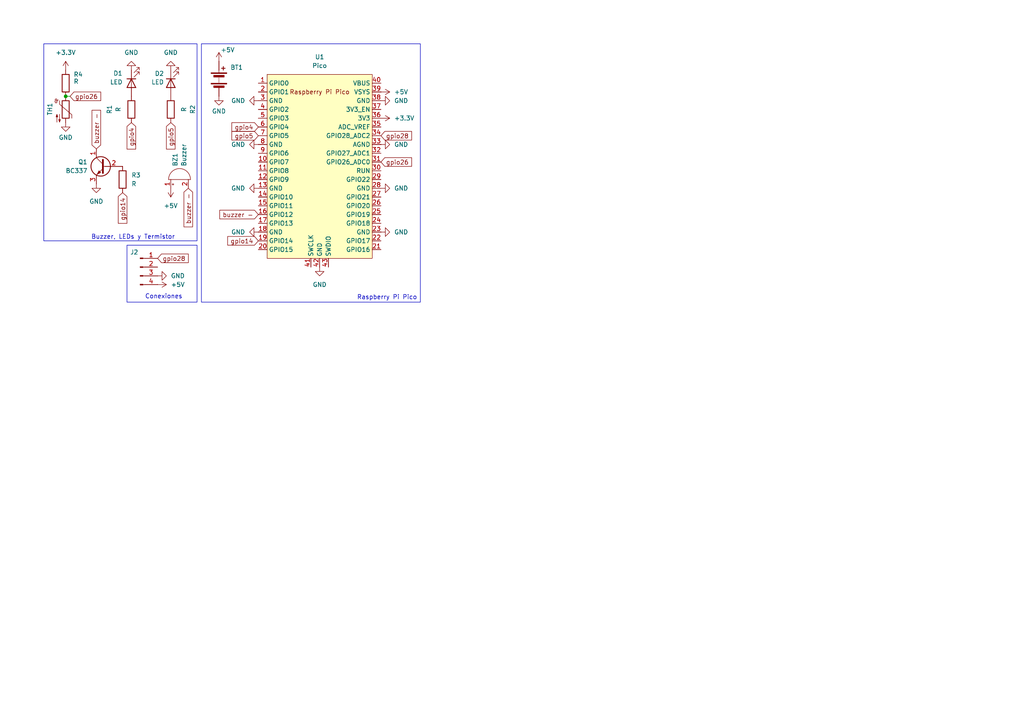
<source format=kicad_sch>
(kicad_sch
	(version 20231120)
	(generator "eeschema")
	(generator_version "8.0")
	(uuid "34b2d476-2bc3-4356-bccd-61d23794cebe")
	(paper "A4")
	(title_block
		(title "Alarma de Incendios")
		(date "11/05/2024")
		(rev "1")
		(company "IMPA - 5to 1ro Aviónica - Control de Interfaces")
		(comment 1 "David Celso")
		(comment 2 "Ignacio Bajales - Benicio Ramirez Hilz")
		(comment 3 "Gael Strangio - Mateo Ghirelli")
	)
	(lib_symbols
		(symbol "+5V_1"
			(power)
			(pin_names
				(offset 0)
			)
			(exclude_from_sim no)
			(in_bom yes)
			(on_board yes)
			(property "Reference" "#PWR"
				(at 0 -3.81 0)
				(effects
					(font
						(size 1.27 1.27)
					)
					(hide yes)
				)
			)
			(property "Value" "+5V"
				(at 0 3.556 0)
				(effects
					(font
						(size 1.27 1.27)
					)
				)
			)
			(property "Footprint" ""
				(at 0 0 0)
				(effects
					(font
						(size 1.27 1.27)
					)
					(hide yes)
				)
			)
			(property "Datasheet" ""
				(at 0 0 0)
				(effects
					(font
						(size 1.27 1.27)
					)
					(hide yes)
				)
			)
			(property "Description" "Power symbol creates a global label with name \"+5V\""
				(at 0 0 0)
				(effects
					(font
						(size 1.27 1.27)
					)
					(hide yes)
				)
			)
			(property "ki_keywords" "global power"
				(at 0 0 0)
				(effects
					(font
						(size 1.27 1.27)
					)
					(hide yes)
				)
			)
			(symbol "+5V_1_0_1"
				(polyline
					(pts
						(xy -0.762 1.27) (xy 0 2.54)
					)
					(stroke
						(width 0)
						(type default)
					)
					(fill
						(type none)
					)
				)
				(polyline
					(pts
						(xy 0 0) (xy 0 2.54)
					)
					(stroke
						(width 0)
						(type default)
					)
					(fill
						(type none)
					)
				)
				(polyline
					(pts
						(xy 0 2.54) (xy 0.762 1.27)
					)
					(stroke
						(width 0)
						(type default)
					)
					(fill
						(type none)
					)
				)
			)
			(symbol "+5V_1_1_1"
				(pin power_in line
					(at 0 0 90)
					(length 0) hide
					(name "+5V"
						(effects
							(font
								(size 1.27 1.27)
							)
						)
					)
					(number "1"
						(effects
							(font
								(size 1.27 1.27)
							)
						)
					)
				)
			)
		)
		(symbol "Connector:Conn_01x04_Pin"
			(pin_names
				(offset 1.016) hide)
			(exclude_from_sim no)
			(in_bom yes)
			(on_board yes)
			(property "Reference" "J"
				(at 0 5.08 0)
				(effects
					(font
						(size 1.27 1.27)
					)
				)
			)
			(property "Value" "Conn_01x04_Pin"
				(at 0 -7.62 0)
				(effects
					(font
						(size 1.27 1.27)
					)
				)
			)
			(property "Footprint" ""
				(at 0 0 0)
				(effects
					(font
						(size 1.27 1.27)
					)
					(hide yes)
				)
			)
			(property "Datasheet" "~"
				(at 0 0 0)
				(effects
					(font
						(size 1.27 1.27)
					)
					(hide yes)
				)
			)
			(property "Description" "Generic connector, single row, 01x04, script generated"
				(at 0 0 0)
				(effects
					(font
						(size 1.27 1.27)
					)
					(hide yes)
				)
			)
			(property "ki_locked" ""
				(at 0 0 0)
				(effects
					(font
						(size 1.27 1.27)
					)
				)
			)
			(property "ki_keywords" "connector"
				(at 0 0 0)
				(effects
					(font
						(size 1.27 1.27)
					)
					(hide yes)
				)
			)
			(property "ki_fp_filters" "Connector*:*_1x??_*"
				(at 0 0 0)
				(effects
					(font
						(size 1.27 1.27)
					)
					(hide yes)
				)
			)
			(symbol "Conn_01x04_Pin_1_1"
				(polyline
					(pts
						(xy 1.27 -5.08) (xy 0.8636 -5.08)
					)
					(stroke
						(width 0.1524)
						(type default)
					)
					(fill
						(type none)
					)
				)
				(polyline
					(pts
						(xy 1.27 -2.54) (xy 0.8636 -2.54)
					)
					(stroke
						(width 0.1524)
						(type default)
					)
					(fill
						(type none)
					)
				)
				(polyline
					(pts
						(xy 1.27 0) (xy 0.8636 0)
					)
					(stroke
						(width 0.1524)
						(type default)
					)
					(fill
						(type none)
					)
				)
				(polyline
					(pts
						(xy 1.27 2.54) (xy 0.8636 2.54)
					)
					(stroke
						(width 0.1524)
						(type default)
					)
					(fill
						(type none)
					)
				)
				(rectangle
					(start 0.8636 -4.953)
					(end 0 -5.207)
					(stroke
						(width 0.1524)
						(type default)
					)
					(fill
						(type outline)
					)
				)
				(rectangle
					(start 0.8636 -2.413)
					(end 0 -2.667)
					(stroke
						(width 0.1524)
						(type default)
					)
					(fill
						(type outline)
					)
				)
				(rectangle
					(start 0.8636 0.127)
					(end 0 -0.127)
					(stroke
						(width 0.1524)
						(type default)
					)
					(fill
						(type outline)
					)
				)
				(rectangle
					(start 0.8636 2.667)
					(end 0 2.413)
					(stroke
						(width 0.1524)
						(type default)
					)
					(fill
						(type outline)
					)
				)
				(pin passive line
					(at 5.08 2.54 180)
					(length 3.81)
					(name "Pin_1"
						(effects
							(font
								(size 1.27 1.27)
							)
						)
					)
					(number "1"
						(effects
							(font
								(size 1.27 1.27)
							)
						)
					)
				)
				(pin passive line
					(at 5.08 0 180)
					(length 3.81)
					(name "Pin_2"
						(effects
							(font
								(size 1.27 1.27)
							)
						)
					)
					(number "2"
						(effects
							(font
								(size 1.27 1.27)
							)
						)
					)
				)
				(pin passive line
					(at 5.08 -2.54 180)
					(length 3.81)
					(name "Pin_3"
						(effects
							(font
								(size 1.27 1.27)
							)
						)
					)
					(number "3"
						(effects
							(font
								(size 1.27 1.27)
							)
						)
					)
				)
				(pin passive line
					(at 5.08 -5.08 180)
					(length 3.81)
					(name "Pin_4"
						(effects
							(font
								(size 1.27 1.27)
							)
						)
					)
					(number "4"
						(effects
							(font
								(size 1.27 1.27)
							)
						)
					)
				)
			)
		)
		(symbol "Device:Battery"
			(pin_numbers hide)
			(pin_names
				(offset 0) hide)
			(exclude_from_sim no)
			(in_bom yes)
			(on_board yes)
			(property "Reference" "BT"
				(at 2.54 2.54 0)
				(effects
					(font
						(size 1.27 1.27)
					)
					(justify left)
				)
			)
			(property "Value" "Battery"
				(at 2.54 0 0)
				(effects
					(font
						(size 1.27 1.27)
					)
					(justify left)
				)
			)
			(property "Footprint" ""
				(at 0 1.524 90)
				(effects
					(font
						(size 1.27 1.27)
					)
					(hide yes)
				)
			)
			(property "Datasheet" "~"
				(at 0 1.524 90)
				(effects
					(font
						(size 1.27 1.27)
					)
					(hide yes)
				)
			)
			(property "Description" "Multiple-cell battery"
				(at 0 0 0)
				(effects
					(font
						(size 1.27 1.27)
					)
					(hide yes)
				)
			)
			(property "ki_keywords" "batt voltage-source cell"
				(at 0 0 0)
				(effects
					(font
						(size 1.27 1.27)
					)
					(hide yes)
				)
			)
			(symbol "Battery_0_1"
				(rectangle
					(start -2.286 -1.27)
					(end 2.286 -1.524)
					(stroke
						(width 0)
						(type default)
					)
					(fill
						(type outline)
					)
				)
				(rectangle
					(start -2.286 1.778)
					(end 2.286 1.524)
					(stroke
						(width 0)
						(type default)
					)
					(fill
						(type outline)
					)
				)
				(rectangle
					(start -1.524 -2.032)
					(end 1.524 -2.54)
					(stroke
						(width 0)
						(type default)
					)
					(fill
						(type outline)
					)
				)
				(rectangle
					(start -1.524 1.016)
					(end 1.524 0.508)
					(stroke
						(width 0)
						(type default)
					)
					(fill
						(type outline)
					)
				)
				(polyline
					(pts
						(xy 0 -1.016) (xy 0 -0.762)
					)
					(stroke
						(width 0)
						(type default)
					)
					(fill
						(type none)
					)
				)
				(polyline
					(pts
						(xy 0 -0.508) (xy 0 -0.254)
					)
					(stroke
						(width 0)
						(type default)
					)
					(fill
						(type none)
					)
				)
				(polyline
					(pts
						(xy 0 0) (xy 0 0.254)
					)
					(stroke
						(width 0)
						(type default)
					)
					(fill
						(type none)
					)
				)
				(polyline
					(pts
						(xy 0 1.778) (xy 0 2.54)
					)
					(stroke
						(width 0)
						(type default)
					)
					(fill
						(type none)
					)
				)
				(polyline
					(pts
						(xy 0.762 3.048) (xy 1.778 3.048)
					)
					(stroke
						(width 0.254)
						(type default)
					)
					(fill
						(type none)
					)
				)
				(polyline
					(pts
						(xy 1.27 3.556) (xy 1.27 2.54)
					)
					(stroke
						(width 0.254)
						(type default)
					)
					(fill
						(type none)
					)
				)
			)
			(symbol "Battery_1_1"
				(pin passive line
					(at 0 5.08 270)
					(length 2.54)
					(name "+"
						(effects
							(font
								(size 1.27 1.27)
							)
						)
					)
					(number "1"
						(effects
							(font
								(size 1.27 1.27)
							)
						)
					)
				)
				(pin passive line
					(at 0 -5.08 90)
					(length 2.54)
					(name "-"
						(effects
							(font
								(size 1.27 1.27)
							)
						)
					)
					(number "2"
						(effects
							(font
								(size 1.27 1.27)
							)
						)
					)
				)
			)
		)
		(symbol "Device:Buzzer"
			(pin_names
				(offset 0.0254) hide)
			(exclude_from_sim no)
			(in_bom yes)
			(on_board yes)
			(property "Reference" "BZ"
				(at 3.81 1.27 0)
				(effects
					(font
						(size 1.27 1.27)
					)
					(justify left)
				)
			)
			(property "Value" "Buzzer"
				(at 3.81 -1.27 0)
				(effects
					(font
						(size 1.27 1.27)
					)
					(justify left)
				)
			)
			(property "Footprint" ""
				(at -0.635 2.54 90)
				(effects
					(font
						(size 1.27 1.27)
					)
					(hide yes)
				)
			)
			(property "Datasheet" "~"
				(at -0.635 2.54 90)
				(effects
					(font
						(size 1.27 1.27)
					)
					(hide yes)
				)
			)
			(property "Description" "Buzzer, polarized"
				(at 0 0 0)
				(effects
					(font
						(size 1.27 1.27)
					)
					(hide yes)
				)
			)
			(property "ki_keywords" "quartz resonator ceramic"
				(at 0 0 0)
				(effects
					(font
						(size 1.27 1.27)
					)
					(hide yes)
				)
			)
			(property "ki_fp_filters" "*Buzzer*"
				(at 0 0 0)
				(effects
					(font
						(size 1.27 1.27)
					)
					(hide yes)
				)
			)
			(symbol "Buzzer_0_1"
				(arc
					(start 0 -3.175)
					(mid 3.1612 0)
					(end 0 3.175)
					(stroke
						(width 0)
						(type default)
					)
					(fill
						(type none)
					)
				)
				(polyline
					(pts
						(xy -1.651 1.905) (xy -1.143 1.905)
					)
					(stroke
						(width 0)
						(type default)
					)
					(fill
						(type none)
					)
				)
				(polyline
					(pts
						(xy -1.397 2.159) (xy -1.397 1.651)
					)
					(stroke
						(width 0)
						(type default)
					)
					(fill
						(type none)
					)
				)
				(polyline
					(pts
						(xy 0 3.175) (xy 0 -3.175)
					)
					(stroke
						(width 0)
						(type default)
					)
					(fill
						(type none)
					)
				)
			)
			(symbol "Buzzer_1_1"
				(pin passive line
					(at -2.54 2.54 0)
					(length 2.54)
					(name "+"
						(effects
							(font
								(size 1.27 1.27)
							)
						)
					)
					(number "1"
						(effects
							(font
								(size 1.27 1.27)
							)
						)
					)
				)
				(pin passive line
					(at -2.54 -2.54 0)
					(length 2.54)
					(name "-"
						(effects
							(font
								(size 1.27 1.27)
							)
						)
					)
					(number "2"
						(effects
							(font
								(size 1.27 1.27)
							)
						)
					)
				)
			)
		)
		(symbol "Device:LED"
			(pin_numbers hide)
			(pin_names
				(offset 1.016) hide)
			(exclude_from_sim no)
			(in_bom yes)
			(on_board yes)
			(property "Reference" "D"
				(at 0 2.54 0)
				(effects
					(font
						(size 1.27 1.27)
					)
				)
			)
			(property "Value" "LED"
				(at 0 -2.54 0)
				(effects
					(font
						(size 1.27 1.27)
					)
				)
			)
			(property "Footprint" ""
				(at 0 0 0)
				(effects
					(font
						(size 1.27 1.27)
					)
					(hide yes)
				)
			)
			(property "Datasheet" "~"
				(at 0 0 0)
				(effects
					(font
						(size 1.27 1.27)
					)
					(hide yes)
				)
			)
			(property "Description" "Light emitting diode"
				(at 0 0 0)
				(effects
					(font
						(size 1.27 1.27)
					)
					(hide yes)
				)
			)
			(property "ki_keywords" "LED diode"
				(at 0 0 0)
				(effects
					(font
						(size 1.27 1.27)
					)
					(hide yes)
				)
			)
			(property "ki_fp_filters" "LED* LED_SMD:* LED_THT:*"
				(at 0 0 0)
				(effects
					(font
						(size 1.27 1.27)
					)
					(hide yes)
				)
			)
			(symbol "LED_0_1"
				(polyline
					(pts
						(xy -1.27 -1.27) (xy -1.27 1.27)
					)
					(stroke
						(width 0.254)
						(type default)
					)
					(fill
						(type none)
					)
				)
				(polyline
					(pts
						(xy -1.27 0) (xy 1.27 0)
					)
					(stroke
						(width 0)
						(type default)
					)
					(fill
						(type none)
					)
				)
				(polyline
					(pts
						(xy 1.27 -1.27) (xy 1.27 1.27) (xy -1.27 0) (xy 1.27 -1.27)
					)
					(stroke
						(width 0.254)
						(type default)
					)
					(fill
						(type none)
					)
				)
				(polyline
					(pts
						(xy -3.048 -0.762) (xy -4.572 -2.286) (xy -3.81 -2.286) (xy -4.572 -2.286) (xy -4.572 -1.524)
					)
					(stroke
						(width 0)
						(type default)
					)
					(fill
						(type none)
					)
				)
				(polyline
					(pts
						(xy -1.778 -0.762) (xy -3.302 -2.286) (xy -2.54 -2.286) (xy -3.302 -2.286) (xy -3.302 -1.524)
					)
					(stroke
						(width 0)
						(type default)
					)
					(fill
						(type none)
					)
				)
			)
			(symbol "LED_1_1"
				(pin passive line
					(at -3.81 0 0)
					(length 2.54)
					(name "K"
						(effects
							(font
								(size 1.27 1.27)
							)
						)
					)
					(number "1"
						(effects
							(font
								(size 1.27 1.27)
							)
						)
					)
				)
				(pin passive line
					(at 3.81 0 180)
					(length 2.54)
					(name "A"
						(effects
							(font
								(size 1.27 1.27)
							)
						)
					)
					(number "2"
						(effects
							(font
								(size 1.27 1.27)
							)
						)
					)
				)
			)
		)
		(symbol "Device:R"
			(pin_numbers hide)
			(pin_names
				(offset 0)
			)
			(exclude_from_sim no)
			(in_bom yes)
			(on_board yes)
			(property "Reference" "R"
				(at 2.032 0 90)
				(effects
					(font
						(size 1.27 1.27)
					)
				)
			)
			(property "Value" "R"
				(at 0 0 90)
				(effects
					(font
						(size 1.27 1.27)
					)
				)
			)
			(property "Footprint" ""
				(at -1.778 0 90)
				(effects
					(font
						(size 1.27 1.27)
					)
					(hide yes)
				)
			)
			(property "Datasheet" "~"
				(at 0 0 0)
				(effects
					(font
						(size 1.27 1.27)
					)
					(hide yes)
				)
			)
			(property "Description" "Resistor"
				(at 0 0 0)
				(effects
					(font
						(size 1.27 1.27)
					)
					(hide yes)
				)
			)
			(property "ki_keywords" "R res resistor"
				(at 0 0 0)
				(effects
					(font
						(size 1.27 1.27)
					)
					(hide yes)
				)
			)
			(property "ki_fp_filters" "R_*"
				(at 0 0 0)
				(effects
					(font
						(size 1.27 1.27)
					)
					(hide yes)
				)
			)
			(symbol "R_0_1"
				(rectangle
					(start -1.016 -2.54)
					(end 1.016 2.54)
					(stroke
						(width 0.254)
						(type default)
					)
					(fill
						(type none)
					)
				)
			)
			(symbol "R_1_1"
				(pin passive line
					(at 0 3.81 270)
					(length 1.27)
					(name "~"
						(effects
							(font
								(size 1.27 1.27)
							)
						)
					)
					(number "1"
						(effects
							(font
								(size 1.27 1.27)
							)
						)
					)
				)
				(pin passive line
					(at 0 -3.81 90)
					(length 1.27)
					(name "~"
						(effects
							(font
								(size 1.27 1.27)
							)
						)
					)
					(number "2"
						(effects
							(font
								(size 1.27 1.27)
							)
						)
					)
				)
			)
		)
		(symbol "Device:Thermistor_NTC"
			(pin_numbers hide)
			(pin_names
				(offset 0)
			)
			(exclude_from_sim no)
			(in_bom yes)
			(on_board yes)
			(property "Reference" "TH"
				(at -4.445 0 90)
				(effects
					(font
						(size 1.27 1.27)
					)
				)
			)
			(property "Value" "Thermistor_NTC"
				(at 3.175 0 90)
				(effects
					(font
						(size 1.27 1.27)
					)
				)
			)
			(property "Footprint" ""
				(at 0 1.27 0)
				(effects
					(font
						(size 1.27 1.27)
					)
					(hide yes)
				)
			)
			(property "Datasheet" "~"
				(at 0 1.27 0)
				(effects
					(font
						(size 1.27 1.27)
					)
					(hide yes)
				)
			)
			(property "Description" "Temperature dependent resistor, negative temperature coefficient"
				(at 0 0 0)
				(effects
					(font
						(size 1.27 1.27)
					)
					(hide yes)
				)
			)
			(property "ki_keywords" "thermistor NTC resistor sensor RTD"
				(at 0 0 0)
				(effects
					(font
						(size 1.27 1.27)
					)
					(hide yes)
				)
			)
			(property "ki_fp_filters" "*NTC* *Thermistor* PIN?ARRAY* bornier* *Terminal?Block* R_*"
				(at 0 0 0)
				(effects
					(font
						(size 1.27 1.27)
					)
					(hide yes)
				)
			)
			(symbol "Thermistor_NTC_0_1"
				(arc
					(start -3.048 2.159)
					(mid -3.0495 2.3143)
					(end -3.175 2.413)
					(stroke
						(width 0)
						(type default)
					)
					(fill
						(type none)
					)
				)
				(arc
					(start -3.048 2.159)
					(mid -2.9736 1.9794)
					(end -2.794 1.905)
					(stroke
						(width 0)
						(type default)
					)
					(fill
						(type none)
					)
				)
				(arc
					(start -3.048 2.794)
					(mid -2.9736 2.6144)
					(end -2.794 2.54)
					(stroke
						(width 0)
						(type default)
					)
					(fill
						(type none)
					)
				)
				(arc
					(start -2.794 1.905)
					(mid -2.6144 1.9794)
					(end -2.54 2.159)
					(stroke
						(width 0)
						(type default)
					)
					(fill
						(type none)
					)
				)
				(arc
					(start -2.794 2.54)
					(mid -2.4393 2.5587)
					(end -2.159 2.794)
					(stroke
						(width 0)
						(type default)
					)
					(fill
						(type none)
					)
				)
				(arc
					(start -2.794 3.048)
					(mid -2.9736 2.9736)
					(end -3.048 2.794)
					(stroke
						(width 0)
						(type default)
					)
					(fill
						(type none)
					)
				)
				(arc
					(start -2.54 2.794)
					(mid -2.6144 2.9736)
					(end -2.794 3.048)
					(stroke
						(width 0)
						(type default)
					)
					(fill
						(type none)
					)
				)
				(rectangle
					(start -1.016 2.54)
					(end 1.016 -2.54)
					(stroke
						(width 0.254)
						(type default)
					)
					(fill
						(type none)
					)
				)
				(polyline
					(pts
						(xy -2.54 2.159) (xy -2.54 2.794)
					)
					(stroke
						(width 0)
						(type default)
					)
					(fill
						(type none)
					)
				)
				(polyline
					(pts
						(xy -1.778 2.54) (xy -1.778 1.524) (xy 1.778 -1.524) (xy 1.778 -2.54)
					)
					(stroke
						(width 0)
						(type default)
					)
					(fill
						(type none)
					)
				)
				(polyline
					(pts
						(xy -2.54 -3.683) (xy -2.54 -1.397) (xy -2.794 -2.159) (xy -2.286 -2.159) (xy -2.54 -1.397) (xy -2.54 -1.651)
					)
					(stroke
						(width 0)
						(type default)
					)
					(fill
						(type outline)
					)
				)
				(polyline
					(pts
						(xy -1.778 -1.397) (xy -1.778 -3.683) (xy -2.032 -2.921) (xy -1.524 -2.921) (xy -1.778 -3.683)
						(xy -1.778 -3.429)
					)
					(stroke
						(width 0)
						(type default)
					)
					(fill
						(type outline)
					)
				)
			)
			(symbol "Thermistor_NTC_1_1"
				(pin passive line
					(at 0 3.81 270)
					(length 1.27)
					(name "~"
						(effects
							(font
								(size 1.27 1.27)
							)
						)
					)
					(number "1"
						(effects
							(font
								(size 1.27 1.27)
							)
						)
					)
				)
				(pin passive line
					(at 0 -3.81 90)
					(length 1.27)
					(name "~"
						(effects
							(font
								(size 1.27 1.27)
							)
						)
					)
					(number "2"
						(effects
							(font
								(size 1.27 1.27)
							)
						)
					)
				)
			)
		)
		(symbol "GND_1"
			(power)
			(pin_numbers hide)
			(pin_names
				(offset 0) hide)
			(exclude_from_sim no)
			(in_bom yes)
			(on_board yes)
			(property "Reference" "#PWR"
				(at 0 -6.35 0)
				(effects
					(font
						(size 1.27 1.27)
					)
					(hide yes)
				)
			)
			(property "Value" "GND"
				(at 0 -3.81 0)
				(effects
					(font
						(size 1.27 1.27)
					)
				)
			)
			(property "Footprint" ""
				(at 0 0 0)
				(effects
					(font
						(size 1.27 1.27)
					)
					(hide yes)
				)
			)
			(property "Datasheet" ""
				(at 0 0 0)
				(effects
					(font
						(size 1.27 1.27)
					)
					(hide yes)
				)
			)
			(property "Description" "Power symbol creates a global label with name \"GND\" , ground"
				(at 0 0 0)
				(effects
					(font
						(size 1.27 1.27)
					)
					(hide yes)
				)
			)
			(property "ki_keywords" "global power"
				(at 0 0 0)
				(effects
					(font
						(size 1.27 1.27)
					)
					(hide yes)
				)
			)
			(symbol "GND_1_0_1"
				(polyline
					(pts
						(xy 0 0) (xy 0 -1.27) (xy 1.27 -1.27) (xy 0 -2.54) (xy -1.27 -1.27) (xy 0 -1.27)
					)
					(stroke
						(width 0)
						(type default)
					)
					(fill
						(type none)
					)
				)
			)
			(symbol "GND_1_1_1"
				(pin power_in line
					(at 0 0 270)
					(length 0)
					(name "~"
						(effects
							(font
								(size 1.27 1.27)
							)
						)
					)
					(number "1"
						(effects
							(font
								(size 1.27 1.27)
							)
						)
					)
				)
			)
		)
		(symbol "GND_2"
			(power)
			(pin_numbers hide)
			(pin_names
				(offset 0) hide)
			(exclude_from_sim no)
			(in_bom yes)
			(on_board yes)
			(property "Reference" "#PWR"
				(at 0 -6.35 0)
				(effects
					(font
						(size 1.27 1.27)
					)
					(hide yes)
				)
			)
			(property "Value" "GND"
				(at 0 -3.81 0)
				(effects
					(font
						(size 1.27 1.27)
					)
				)
			)
			(property "Footprint" ""
				(at 0 0 0)
				(effects
					(font
						(size 1.27 1.27)
					)
					(hide yes)
				)
			)
			(property "Datasheet" ""
				(at 0 0 0)
				(effects
					(font
						(size 1.27 1.27)
					)
					(hide yes)
				)
			)
			(property "Description" "Power symbol creates a global label with name \"GND\" , ground"
				(at 0 0 0)
				(effects
					(font
						(size 1.27 1.27)
					)
					(hide yes)
				)
			)
			(property "ki_keywords" "global power"
				(at 0 0 0)
				(effects
					(font
						(size 1.27 1.27)
					)
					(hide yes)
				)
			)
			(symbol "GND_2_0_1"
				(polyline
					(pts
						(xy 0 0) (xy 0 -1.27) (xy 1.27 -1.27) (xy 0 -2.54) (xy -1.27 -1.27) (xy 0 -1.27)
					)
					(stroke
						(width 0)
						(type default)
					)
					(fill
						(type none)
					)
				)
			)
			(symbol "GND_2_1_1"
				(pin power_in line
					(at 0 0 270)
					(length 0)
					(name "~"
						(effects
							(font
								(size 1.27 1.27)
							)
						)
					)
					(number "1"
						(effects
							(font
								(size 1.27 1.27)
							)
						)
					)
				)
			)
		)
		(symbol "GND_3"
			(power)
			(pin_numbers hide)
			(pin_names
				(offset 0) hide)
			(exclude_from_sim no)
			(in_bom yes)
			(on_board yes)
			(property "Reference" "#PWR"
				(at 0 -6.35 0)
				(effects
					(font
						(size 1.27 1.27)
					)
					(hide yes)
				)
			)
			(property "Value" "GND"
				(at 0 -3.81 0)
				(effects
					(font
						(size 1.27 1.27)
					)
				)
			)
			(property "Footprint" ""
				(at 0 0 0)
				(effects
					(font
						(size 1.27 1.27)
					)
					(hide yes)
				)
			)
			(property "Datasheet" ""
				(at 0 0 0)
				(effects
					(font
						(size 1.27 1.27)
					)
					(hide yes)
				)
			)
			(property "Description" "Power symbol creates a global label with name \"GND\" , ground"
				(at 0 0 0)
				(effects
					(font
						(size 1.27 1.27)
					)
					(hide yes)
				)
			)
			(property "ki_keywords" "global power"
				(at 0 0 0)
				(effects
					(font
						(size 1.27 1.27)
					)
					(hide yes)
				)
			)
			(symbol "GND_3_0_1"
				(polyline
					(pts
						(xy 0 0) (xy 0 -1.27) (xy 1.27 -1.27) (xy 0 -2.54) (xy -1.27 -1.27) (xy 0 -1.27)
					)
					(stroke
						(width 0)
						(type default)
					)
					(fill
						(type none)
					)
				)
			)
			(symbol "GND_3_1_1"
				(pin power_in line
					(at 0 0 270)
					(length 0)
					(name "~"
						(effects
							(font
								(size 1.27 1.27)
							)
						)
					)
					(number "1"
						(effects
							(font
								(size 1.27 1.27)
							)
						)
					)
				)
			)
		)
		(symbol "GND_4"
			(power)
			(pin_numbers hide)
			(pin_names
				(offset 0) hide)
			(exclude_from_sim no)
			(in_bom yes)
			(on_board yes)
			(property "Reference" "#PWR"
				(at 0 -6.35 0)
				(effects
					(font
						(size 1.27 1.27)
					)
					(hide yes)
				)
			)
			(property "Value" "GND"
				(at 0 -3.81 0)
				(effects
					(font
						(size 1.27 1.27)
					)
				)
			)
			(property "Footprint" ""
				(at 0 0 0)
				(effects
					(font
						(size 1.27 1.27)
					)
					(hide yes)
				)
			)
			(property "Datasheet" ""
				(at 0 0 0)
				(effects
					(font
						(size 1.27 1.27)
					)
					(hide yes)
				)
			)
			(property "Description" "Power symbol creates a global label with name \"GND\" , ground"
				(at 0 0 0)
				(effects
					(font
						(size 1.27 1.27)
					)
					(hide yes)
				)
			)
			(property "ki_keywords" "global power"
				(at 0 0 0)
				(effects
					(font
						(size 1.27 1.27)
					)
					(hide yes)
				)
			)
			(symbol "GND_4_0_1"
				(polyline
					(pts
						(xy 0 0) (xy 0 -1.27) (xy 1.27 -1.27) (xy 0 -2.54) (xy -1.27 -1.27) (xy 0 -1.27)
					)
					(stroke
						(width 0)
						(type default)
					)
					(fill
						(type none)
					)
				)
			)
			(symbol "GND_4_1_1"
				(pin power_in line
					(at 0 0 270)
					(length 0)
					(name "~"
						(effects
							(font
								(size 1.27 1.27)
							)
						)
					)
					(number "1"
						(effects
							(font
								(size 1.27 1.27)
							)
						)
					)
				)
			)
		)
		(symbol "GND_5"
			(power)
			(pin_numbers hide)
			(pin_names
				(offset 0) hide)
			(exclude_from_sim no)
			(in_bom yes)
			(on_board yes)
			(property "Reference" "#PWR"
				(at 0 -6.35 0)
				(effects
					(font
						(size 1.27 1.27)
					)
					(hide yes)
				)
			)
			(property "Value" "GND"
				(at 0 -3.81 0)
				(effects
					(font
						(size 1.27 1.27)
					)
				)
			)
			(property "Footprint" ""
				(at 0 0 0)
				(effects
					(font
						(size 1.27 1.27)
					)
					(hide yes)
				)
			)
			(property "Datasheet" ""
				(at 0 0 0)
				(effects
					(font
						(size 1.27 1.27)
					)
					(hide yes)
				)
			)
			(property "Description" "Power symbol creates a global label with name \"GND\" , ground"
				(at 0 0 0)
				(effects
					(font
						(size 1.27 1.27)
					)
					(hide yes)
				)
			)
			(property "ki_keywords" "global power"
				(at 0 0 0)
				(effects
					(font
						(size 1.27 1.27)
					)
					(hide yes)
				)
			)
			(symbol "GND_5_0_1"
				(polyline
					(pts
						(xy 0 0) (xy 0 -1.27) (xy 1.27 -1.27) (xy 0 -2.54) (xy -1.27 -1.27) (xy 0 -1.27)
					)
					(stroke
						(width 0)
						(type default)
					)
					(fill
						(type none)
					)
				)
			)
			(symbol "GND_5_1_1"
				(pin power_in line
					(at 0 0 270)
					(length 0)
					(name "~"
						(effects
							(font
								(size 1.27 1.27)
							)
						)
					)
					(number "1"
						(effects
							(font
								(size 1.27 1.27)
							)
						)
					)
				)
			)
		)
		(symbol "GND_6"
			(power)
			(pin_numbers hide)
			(pin_names
				(offset 0) hide)
			(exclude_from_sim no)
			(in_bom yes)
			(on_board yes)
			(property "Reference" "#PWR"
				(at 0 -6.35 0)
				(effects
					(font
						(size 1.27 1.27)
					)
					(hide yes)
				)
			)
			(property "Value" "GND"
				(at 0 -3.81 0)
				(effects
					(font
						(size 1.27 1.27)
					)
				)
			)
			(property "Footprint" ""
				(at 0 0 0)
				(effects
					(font
						(size 1.27 1.27)
					)
					(hide yes)
				)
			)
			(property "Datasheet" ""
				(at 0 0 0)
				(effects
					(font
						(size 1.27 1.27)
					)
					(hide yes)
				)
			)
			(property "Description" "Power symbol creates a global label with name \"GND\" , ground"
				(at 0 0 0)
				(effects
					(font
						(size 1.27 1.27)
					)
					(hide yes)
				)
			)
			(property "ki_keywords" "global power"
				(at 0 0 0)
				(effects
					(font
						(size 1.27 1.27)
					)
					(hide yes)
				)
			)
			(symbol "GND_6_0_1"
				(polyline
					(pts
						(xy 0 0) (xy 0 -1.27) (xy 1.27 -1.27) (xy 0 -2.54) (xy -1.27 -1.27) (xy 0 -1.27)
					)
					(stroke
						(width 0)
						(type default)
					)
					(fill
						(type none)
					)
				)
			)
			(symbol "GND_6_1_1"
				(pin power_in line
					(at 0 0 270)
					(length 0)
					(name "~"
						(effects
							(font
								(size 1.27 1.27)
							)
						)
					)
					(number "1"
						(effects
							(font
								(size 1.27 1.27)
							)
						)
					)
				)
			)
		)
		(symbol "RPi_Pico:Pico"
			(exclude_from_sim no)
			(in_bom yes)
			(on_board yes)
			(property "Reference" "U"
				(at -13.97 27.94 0)
				(effects
					(font
						(size 1.27 1.27)
					)
				)
			)
			(property "Value" "Pico"
				(at 0 19.05 0)
				(effects
					(font
						(size 1.27 1.27)
					)
				)
			)
			(property "Footprint" "MCU_RaspberryPi_and_Boards:RPi_Pico_SMD_TH"
				(at 0 0 90)
				(effects
					(font
						(size 1.27 1.27)
					)
					(hide yes)
				)
			)
			(property "Datasheet" ""
				(at 0 0 0)
				(effects
					(font
						(size 1.27 1.27)
					)
					(hide yes)
				)
			)
			(property "Description" ""
				(at 0 0 0)
				(effects
					(font
						(size 1.27 1.27)
					)
					(hide yes)
				)
			)
			(symbol "Pico_0_0"
				(text "Raspberry Pi Pico"
					(at 0 21.59 0)
					(effects
						(font
							(size 1.27 1.27)
						)
					)
				)
			)
			(symbol "Pico_0_1"
				(rectangle
					(start -15.24 26.67)
					(end 15.24 -26.67)
					(stroke
						(width 0)
						(type default)
					)
					(fill
						(type background)
					)
				)
			)
			(symbol "Pico_1_1"
				(pin bidirectional line
					(at -17.78 24.13 0)
					(length 2.54)
					(name "GPIO0"
						(effects
							(font
								(size 1.27 1.27)
							)
						)
					)
					(number "1"
						(effects
							(font
								(size 1.27 1.27)
							)
						)
					)
				)
				(pin bidirectional line
					(at -17.78 1.27 0)
					(length 2.54)
					(name "GPIO7"
						(effects
							(font
								(size 1.27 1.27)
							)
						)
					)
					(number "10"
						(effects
							(font
								(size 1.27 1.27)
							)
						)
					)
				)
				(pin bidirectional line
					(at -17.78 -1.27 0)
					(length 2.54)
					(name "GPIO8"
						(effects
							(font
								(size 1.27 1.27)
							)
						)
					)
					(number "11"
						(effects
							(font
								(size 1.27 1.27)
							)
						)
					)
				)
				(pin bidirectional line
					(at -17.78 -3.81 0)
					(length 2.54)
					(name "GPIO9"
						(effects
							(font
								(size 1.27 1.27)
							)
						)
					)
					(number "12"
						(effects
							(font
								(size 1.27 1.27)
							)
						)
					)
				)
				(pin power_in line
					(at -17.78 -6.35 0)
					(length 2.54)
					(name "GND"
						(effects
							(font
								(size 1.27 1.27)
							)
						)
					)
					(number "13"
						(effects
							(font
								(size 1.27 1.27)
							)
						)
					)
				)
				(pin bidirectional line
					(at -17.78 -8.89 0)
					(length 2.54)
					(name "GPIO10"
						(effects
							(font
								(size 1.27 1.27)
							)
						)
					)
					(number "14"
						(effects
							(font
								(size 1.27 1.27)
							)
						)
					)
				)
				(pin bidirectional line
					(at -17.78 -11.43 0)
					(length 2.54)
					(name "GPIO11"
						(effects
							(font
								(size 1.27 1.27)
							)
						)
					)
					(number "15"
						(effects
							(font
								(size 1.27 1.27)
							)
						)
					)
				)
				(pin bidirectional line
					(at -17.78 -13.97 0)
					(length 2.54)
					(name "GPIO12"
						(effects
							(font
								(size 1.27 1.27)
							)
						)
					)
					(number "16"
						(effects
							(font
								(size 1.27 1.27)
							)
						)
					)
				)
				(pin bidirectional line
					(at -17.78 -16.51 0)
					(length 2.54)
					(name "GPIO13"
						(effects
							(font
								(size 1.27 1.27)
							)
						)
					)
					(number "17"
						(effects
							(font
								(size 1.27 1.27)
							)
						)
					)
				)
				(pin power_in line
					(at -17.78 -19.05 0)
					(length 2.54)
					(name "GND"
						(effects
							(font
								(size 1.27 1.27)
							)
						)
					)
					(number "18"
						(effects
							(font
								(size 1.27 1.27)
							)
						)
					)
				)
				(pin bidirectional line
					(at -17.78 -21.59 0)
					(length 2.54)
					(name "GPIO14"
						(effects
							(font
								(size 1.27 1.27)
							)
						)
					)
					(number "19"
						(effects
							(font
								(size 1.27 1.27)
							)
						)
					)
				)
				(pin bidirectional line
					(at -17.78 21.59 0)
					(length 2.54)
					(name "GPIO1"
						(effects
							(font
								(size 1.27 1.27)
							)
						)
					)
					(number "2"
						(effects
							(font
								(size 1.27 1.27)
							)
						)
					)
				)
				(pin bidirectional line
					(at -17.78 -24.13 0)
					(length 2.54)
					(name "GPIO15"
						(effects
							(font
								(size 1.27 1.27)
							)
						)
					)
					(number "20"
						(effects
							(font
								(size 1.27 1.27)
							)
						)
					)
				)
				(pin bidirectional line
					(at 17.78 -24.13 180)
					(length 2.54)
					(name "GPIO16"
						(effects
							(font
								(size 1.27 1.27)
							)
						)
					)
					(number "21"
						(effects
							(font
								(size 1.27 1.27)
							)
						)
					)
				)
				(pin bidirectional line
					(at 17.78 -21.59 180)
					(length 2.54)
					(name "GPIO17"
						(effects
							(font
								(size 1.27 1.27)
							)
						)
					)
					(number "22"
						(effects
							(font
								(size 1.27 1.27)
							)
						)
					)
				)
				(pin power_in line
					(at 17.78 -19.05 180)
					(length 2.54)
					(name "GND"
						(effects
							(font
								(size 1.27 1.27)
							)
						)
					)
					(number "23"
						(effects
							(font
								(size 1.27 1.27)
							)
						)
					)
				)
				(pin bidirectional line
					(at 17.78 -16.51 180)
					(length 2.54)
					(name "GPIO18"
						(effects
							(font
								(size 1.27 1.27)
							)
						)
					)
					(number "24"
						(effects
							(font
								(size 1.27 1.27)
							)
						)
					)
				)
				(pin bidirectional line
					(at 17.78 -13.97 180)
					(length 2.54)
					(name "GPIO19"
						(effects
							(font
								(size 1.27 1.27)
							)
						)
					)
					(number "25"
						(effects
							(font
								(size 1.27 1.27)
							)
						)
					)
				)
				(pin bidirectional line
					(at 17.78 -11.43 180)
					(length 2.54)
					(name "GPIO20"
						(effects
							(font
								(size 1.27 1.27)
							)
						)
					)
					(number "26"
						(effects
							(font
								(size 1.27 1.27)
							)
						)
					)
				)
				(pin bidirectional line
					(at 17.78 -8.89 180)
					(length 2.54)
					(name "GPIO21"
						(effects
							(font
								(size 1.27 1.27)
							)
						)
					)
					(number "27"
						(effects
							(font
								(size 1.27 1.27)
							)
						)
					)
				)
				(pin power_in line
					(at 17.78 -6.35 180)
					(length 2.54)
					(name "GND"
						(effects
							(font
								(size 1.27 1.27)
							)
						)
					)
					(number "28"
						(effects
							(font
								(size 1.27 1.27)
							)
						)
					)
				)
				(pin bidirectional line
					(at 17.78 -3.81 180)
					(length 2.54)
					(name "GPIO22"
						(effects
							(font
								(size 1.27 1.27)
							)
						)
					)
					(number "29"
						(effects
							(font
								(size 1.27 1.27)
							)
						)
					)
				)
				(pin power_in line
					(at -17.78 19.05 0)
					(length 2.54)
					(name "GND"
						(effects
							(font
								(size 1.27 1.27)
							)
						)
					)
					(number "3"
						(effects
							(font
								(size 1.27 1.27)
							)
						)
					)
				)
				(pin input line
					(at 17.78 -1.27 180)
					(length 2.54)
					(name "RUN"
						(effects
							(font
								(size 1.27 1.27)
							)
						)
					)
					(number "30"
						(effects
							(font
								(size 1.27 1.27)
							)
						)
					)
				)
				(pin bidirectional line
					(at 17.78 1.27 180)
					(length 2.54)
					(name "GPIO26_ADC0"
						(effects
							(font
								(size 1.27 1.27)
							)
						)
					)
					(number "31"
						(effects
							(font
								(size 1.27 1.27)
							)
						)
					)
				)
				(pin bidirectional line
					(at 17.78 3.81 180)
					(length 2.54)
					(name "GPIO27_ADC1"
						(effects
							(font
								(size 1.27 1.27)
							)
						)
					)
					(number "32"
						(effects
							(font
								(size 1.27 1.27)
							)
						)
					)
				)
				(pin power_in line
					(at 17.78 6.35 180)
					(length 2.54)
					(name "AGND"
						(effects
							(font
								(size 1.27 1.27)
							)
						)
					)
					(number "33"
						(effects
							(font
								(size 1.27 1.27)
							)
						)
					)
				)
				(pin bidirectional line
					(at 17.78 8.89 180)
					(length 2.54)
					(name "GPIO28_ADC2"
						(effects
							(font
								(size 1.27 1.27)
							)
						)
					)
					(number "34"
						(effects
							(font
								(size 1.27 1.27)
							)
						)
					)
				)
				(pin power_in line
					(at 17.78 11.43 180)
					(length 2.54)
					(name "ADC_VREF"
						(effects
							(font
								(size 1.27 1.27)
							)
						)
					)
					(number "35"
						(effects
							(font
								(size 1.27 1.27)
							)
						)
					)
				)
				(pin power_in line
					(at 17.78 13.97 180)
					(length 2.54)
					(name "3V3"
						(effects
							(font
								(size 1.27 1.27)
							)
						)
					)
					(number "36"
						(effects
							(font
								(size 1.27 1.27)
							)
						)
					)
				)
				(pin input line
					(at 17.78 16.51 180)
					(length 2.54)
					(name "3V3_EN"
						(effects
							(font
								(size 1.27 1.27)
							)
						)
					)
					(number "37"
						(effects
							(font
								(size 1.27 1.27)
							)
						)
					)
				)
				(pin bidirectional line
					(at 17.78 19.05 180)
					(length 2.54)
					(name "GND"
						(effects
							(font
								(size 1.27 1.27)
							)
						)
					)
					(number "38"
						(effects
							(font
								(size 1.27 1.27)
							)
						)
					)
				)
				(pin power_in line
					(at 17.78 21.59 180)
					(length 2.54)
					(name "VSYS"
						(effects
							(font
								(size 1.27 1.27)
							)
						)
					)
					(number "39"
						(effects
							(font
								(size 1.27 1.27)
							)
						)
					)
				)
				(pin bidirectional line
					(at -17.78 16.51 0)
					(length 2.54)
					(name "GPIO2"
						(effects
							(font
								(size 1.27 1.27)
							)
						)
					)
					(number "4"
						(effects
							(font
								(size 1.27 1.27)
							)
						)
					)
				)
				(pin power_in line
					(at 17.78 24.13 180)
					(length 2.54)
					(name "VBUS"
						(effects
							(font
								(size 1.27 1.27)
							)
						)
					)
					(number "40"
						(effects
							(font
								(size 1.27 1.27)
							)
						)
					)
				)
				(pin input line
					(at -2.54 -29.21 90)
					(length 2.54)
					(name "SWCLK"
						(effects
							(font
								(size 1.27 1.27)
							)
						)
					)
					(number "41"
						(effects
							(font
								(size 1.27 1.27)
							)
						)
					)
				)
				(pin power_in line
					(at 0 -29.21 90)
					(length 2.54)
					(name "GND"
						(effects
							(font
								(size 1.27 1.27)
							)
						)
					)
					(number "42"
						(effects
							(font
								(size 1.27 1.27)
							)
						)
					)
				)
				(pin bidirectional line
					(at 2.54 -29.21 90)
					(length 2.54)
					(name "SWDIO"
						(effects
							(font
								(size 1.27 1.27)
							)
						)
					)
					(number "43"
						(effects
							(font
								(size 1.27 1.27)
							)
						)
					)
				)
				(pin bidirectional line
					(at -17.78 13.97 0)
					(length 2.54)
					(name "GPIO3"
						(effects
							(font
								(size 1.27 1.27)
							)
						)
					)
					(number "5"
						(effects
							(font
								(size 1.27 1.27)
							)
						)
					)
				)
				(pin bidirectional line
					(at -17.78 11.43 0)
					(length 2.54)
					(name "GPIO4"
						(effects
							(font
								(size 1.27 1.27)
							)
						)
					)
					(number "6"
						(effects
							(font
								(size 1.27 1.27)
							)
						)
					)
				)
				(pin bidirectional line
					(at -17.78 8.89 0)
					(length 2.54)
					(name "GPIO5"
						(effects
							(font
								(size 1.27 1.27)
							)
						)
					)
					(number "7"
						(effects
							(font
								(size 1.27 1.27)
							)
						)
					)
				)
				(pin power_in line
					(at -17.78 6.35 0)
					(length 2.54)
					(name "GND"
						(effects
							(font
								(size 1.27 1.27)
							)
						)
					)
					(number "8"
						(effects
							(font
								(size 1.27 1.27)
							)
						)
					)
				)
				(pin bidirectional line
					(at -17.78 3.81 0)
					(length 2.54)
					(name "GPIO6"
						(effects
							(font
								(size 1.27 1.27)
							)
						)
					)
					(number "9"
						(effects
							(font
								(size 1.27 1.27)
							)
						)
					)
				)
			)
		)
		(symbol "Transistor_BJT:BC337"
			(pin_names
				(offset 0) hide)
			(exclude_from_sim no)
			(in_bom yes)
			(on_board yes)
			(property "Reference" "Q"
				(at 5.08 1.905 0)
				(effects
					(font
						(size 1.27 1.27)
					)
					(justify left)
				)
			)
			(property "Value" "BC337"
				(at 5.08 0 0)
				(effects
					(font
						(size 1.27 1.27)
					)
					(justify left)
				)
			)
			(property "Footprint" "Package_TO_SOT_THT:TO-92_Inline"
				(at 5.08 -1.905 0)
				(effects
					(font
						(size 1.27 1.27)
						(italic yes)
					)
					(justify left)
					(hide yes)
				)
			)
			(property "Datasheet" "https://diotec.com/tl_files/diotec/files/pdf/datasheets/bc337.pdf"
				(at 0 0 0)
				(effects
					(font
						(size 1.27 1.27)
					)
					(justify left)
					(hide yes)
				)
			)
			(property "Description" "0.8A Ic, 45V Vce, NPN Transistor, TO-92"
				(at 0 0 0)
				(effects
					(font
						(size 1.27 1.27)
					)
					(hide yes)
				)
			)
			(property "ki_keywords" "NPN Transistor"
				(at 0 0 0)
				(effects
					(font
						(size 1.27 1.27)
					)
					(hide yes)
				)
			)
			(property "ki_fp_filters" "TO?92*"
				(at 0 0 0)
				(effects
					(font
						(size 1.27 1.27)
					)
					(hide yes)
				)
			)
			(symbol "BC337_0_1"
				(polyline
					(pts
						(xy 0 0) (xy 0.635 0)
					)
					(stroke
						(width 0)
						(type default)
					)
					(fill
						(type none)
					)
				)
				(polyline
					(pts
						(xy 0.635 0.635) (xy 2.54 2.54)
					)
					(stroke
						(width 0)
						(type default)
					)
					(fill
						(type none)
					)
				)
				(polyline
					(pts
						(xy 0.635 -0.635) (xy 2.54 -2.54) (xy 2.54 -2.54)
					)
					(stroke
						(width 0)
						(type default)
					)
					(fill
						(type none)
					)
				)
				(polyline
					(pts
						(xy 0.635 1.905) (xy 0.635 -1.905) (xy 0.635 -1.905)
					)
					(stroke
						(width 0.508)
						(type default)
					)
					(fill
						(type none)
					)
				)
				(polyline
					(pts
						(xy 1.27 -1.778) (xy 1.778 -1.27) (xy 2.286 -2.286) (xy 1.27 -1.778) (xy 1.27 -1.778)
					)
					(stroke
						(width 0)
						(type default)
					)
					(fill
						(type outline)
					)
				)
				(circle
					(center 1.27 0)
					(radius 2.8194)
					(stroke
						(width 0.254)
						(type default)
					)
					(fill
						(type none)
					)
				)
			)
			(symbol "BC337_1_1"
				(pin passive line
					(at 2.54 5.08 270)
					(length 2.54)
					(name "C"
						(effects
							(font
								(size 1.27 1.27)
							)
						)
					)
					(number "1"
						(effects
							(font
								(size 1.27 1.27)
							)
						)
					)
				)
				(pin input line
					(at -5.08 0 0)
					(length 5.08)
					(name "B"
						(effects
							(font
								(size 1.27 1.27)
							)
						)
					)
					(number "2"
						(effects
							(font
								(size 1.27 1.27)
							)
						)
					)
				)
				(pin passive line
					(at 2.54 -5.08 90)
					(length 2.54)
					(name "E"
						(effects
							(font
								(size 1.27 1.27)
							)
						)
					)
					(number "3"
						(effects
							(font
								(size 1.27 1.27)
							)
						)
					)
				)
			)
		)
		(symbol "power:+3.3V"
			(power)
			(pin_numbers hide)
			(pin_names
				(offset 0) hide)
			(exclude_from_sim no)
			(in_bom yes)
			(on_board yes)
			(property "Reference" "#PWR"
				(at 0 -3.81 0)
				(effects
					(font
						(size 1.27 1.27)
					)
					(hide yes)
				)
			)
			(property "Value" "+3.3V"
				(at 0 3.556 0)
				(effects
					(font
						(size 1.27 1.27)
					)
				)
			)
			(property "Footprint" ""
				(at 0 0 0)
				(effects
					(font
						(size 1.27 1.27)
					)
					(hide yes)
				)
			)
			(property "Datasheet" ""
				(at 0 0 0)
				(effects
					(font
						(size 1.27 1.27)
					)
					(hide yes)
				)
			)
			(property "Description" "Power symbol creates a global label with name \"+3.3V\""
				(at 0 0 0)
				(effects
					(font
						(size 1.27 1.27)
					)
					(hide yes)
				)
			)
			(property "ki_keywords" "global power"
				(at 0 0 0)
				(effects
					(font
						(size 1.27 1.27)
					)
					(hide yes)
				)
			)
			(symbol "+3.3V_0_1"
				(polyline
					(pts
						(xy -0.762 1.27) (xy 0 2.54)
					)
					(stroke
						(width 0)
						(type default)
					)
					(fill
						(type none)
					)
				)
				(polyline
					(pts
						(xy 0 0) (xy 0 2.54)
					)
					(stroke
						(width 0)
						(type default)
					)
					(fill
						(type none)
					)
				)
				(polyline
					(pts
						(xy 0 2.54) (xy 0.762 1.27)
					)
					(stroke
						(width 0)
						(type default)
					)
					(fill
						(type none)
					)
				)
			)
			(symbol "+3.3V_1_1"
				(pin power_in line
					(at 0 0 90)
					(length 0)
					(name "~"
						(effects
							(font
								(size 1.27 1.27)
							)
						)
					)
					(number "1"
						(effects
							(font
								(size 1.27 1.27)
							)
						)
					)
				)
			)
		)
		(symbol "power:+5V"
			(power)
			(pin_numbers hide)
			(pin_names
				(offset 0) hide)
			(exclude_from_sim no)
			(in_bom yes)
			(on_board yes)
			(property "Reference" "#PWR"
				(at 0 -3.81 0)
				(effects
					(font
						(size 1.27 1.27)
					)
					(hide yes)
				)
			)
			(property "Value" "+5V"
				(at 0 3.556 0)
				(effects
					(font
						(size 1.27 1.27)
					)
				)
			)
			(property "Footprint" ""
				(at 0 0 0)
				(effects
					(font
						(size 1.27 1.27)
					)
					(hide yes)
				)
			)
			(property "Datasheet" ""
				(at 0 0 0)
				(effects
					(font
						(size 1.27 1.27)
					)
					(hide yes)
				)
			)
			(property "Description" "Power symbol creates a global label with name \"+5V\""
				(at 0 0 0)
				(effects
					(font
						(size 1.27 1.27)
					)
					(hide yes)
				)
			)
			(property "ki_keywords" "global power"
				(at 0 0 0)
				(effects
					(font
						(size 1.27 1.27)
					)
					(hide yes)
				)
			)
			(symbol "+5V_0_1"
				(polyline
					(pts
						(xy -0.762 1.27) (xy 0 2.54)
					)
					(stroke
						(width 0)
						(type default)
					)
					(fill
						(type none)
					)
				)
				(polyline
					(pts
						(xy 0 0) (xy 0 2.54)
					)
					(stroke
						(width 0)
						(type default)
					)
					(fill
						(type none)
					)
				)
				(polyline
					(pts
						(xy 0 2.54) (xy 0.762 1.27)
					)
					(stroke
						(width 0)
						(type default)
					)
					(fill
						(type none)
					)
				)
			)
			(symbol "+5V_1_1"
				(pin power_in line
					(at 0 0 90)
					(length 0)
					(name "~"
						(effects
							(font
								(size 1.27 1.27)
							)
						)
					)
					(number "1"
						(effects
							(font
								(size 1.27 1.27)
							)
						)
					)
				)
			)
		)
		(symbol "power:GND"
			(power)
			(pin_names
				(offset 0)
			)
			(exclude_from_sim no)
			(in_bom yes)
			(on_board yes)
			(property "Reference" "#PWR"
				(at 0 -6.35 0)
				(effects
					(font
						(size 1.27 1.27)
					)
					(hide yes)
				)
			)
			(property "Value" "GND"
				(at 0 -3.81 0)
				(effects
					(font
						(size 1.27 1.27)
					)
				)
			)
			(property "Footprint" ""
				(at 0 0 0)
				(effects
					(font
						(size 1.27 1.27)
					)
					(hide yes)
				)
			)
			(property "Datasheet" ""
				(at 0 0 0)
				(effects
					(font
						(size 1.27 1.27)
					)
					(hide yes)
				)
			)
			(property "Description" "Power symbol creates a global label with name \"GND\" , ground"
				(at 0 0 0)
				(effects
					(font
						(size 1.27 1.27)
					)
					(hide yes)
				)
			)
			(property "ki_keywords" "global power"
				(at 0 0 0)
				(effects
					(font
						(size 1.27 1.27)
					)
					(hide yes)
				)
			)
			(symbol "GND_0_1"
				(polyline
					(pts
						(xy 0 0) (xy 0 -1.27) (xy 1.27 -1.27) (xy 0 -2.54) (xy -1.27 -1.27) (xy 0 -1.27)
					)
					(stroke
						(width 0)
						(type default)
					)
					(fill
						(type none)
					)
				)
			)
			(symbol "GND_1_1"
				(pin power_in line
					(at 0 0 270)
					(length 0) hide
					(name "GND"
						(effects
							(font
								(size 1.27 1.27)
							)
						)
					)
					(number "1"
						(effects
							(font
								(size 1.27 1.27)
							)
						)
					)
				)
			)
		)
	)
	(junction
		(at 19.05 27.94)
		(diameter 0)
		(color 0 0 0 0)
		(uuid "93ebf818-20c0-479c-a986-5afc249dc117")
	)
	(wire
		(pts
			(xy 20.32 27.94) (xy 19.05 27.94)
		)
		(stroke
			(width 0)
			(type default)
		)
		(uuid "5547d6f4-6d17-4ca6-9b81-efde9acb9281")
	)
	(rectangle
		(start 58.42 12.7)
		(end 121.92 87.63)
		(stroke
			(width 0)
			(type default)
		)
		(fill
			(type none)
		)
		(uuid 5802cc5e-27e9-4531-a1a6-46724ad73f5f)
	)
	(rectangle
		(start 12.7 12.7)
		(end 57.15 69.85)
		(stroke
			(width 0)
			(type default)
		)
		(fill
			(type none)
		)
		(uuid 99c219fa-ab73-4d91-b82c-180a8cf6f464)
	)
	(rectangle
		(start 36.83 71.12)
		(end 57.15 87.63)
		(stroke
			(width 0)
			(type default)
		)
		(fill
			(type none)
		)
		(uuid ee2262aa-78d6-4d50-9427-97f5e56e887d)
	)
	(text "Conexiones"
		(exclude_from_sim no)
		(at 47.498 86.106 0)
		(effects
			(font
				(size 1.27 1.27)
			)
		)
		(uuid "924f1c9d-130f-46bd-b0d4-3d3285728159")
	)
	(text "Buzzer, LEDs y Termistor"
		(exclude_from_sim no)
		(at 38.608 68.834 0)
		(effects
			(font
				(size 1.27 1.27)
			)
		)
		(uuid "b2d1b541-a39f-4c66-9c19-1c9b98d070da")
	)
	(text "Raspberry Pi Pico"
		(exclude_from_sim no)
		(at 112.268 86.36 0)
		(effects
			(font
				(size 1.27 1.27)
			)
		)
		(uuid "cf1a82f5-fba8-4aa6-892e-8c316aae5b79")
	)
	(global_label "gpio14"
		(shape input)
		(at 74.93 69.85 180)
		(fields_autoplaced yes)
		(effects
			(font
				(size 1.27 1.27)
			)
			(justify right)
		)
		(uuid "030ace2f-d9ae-4387-b0d5-bd218cc1c92d")
		(property "Intersheetrefs" "${INTERSHEET_REFS}"
			(at 65.474 69.85 0)
			(effects
				(font
					(size 1.27 1.27)
				)
				(justify right)
				(hide yes)
			)
		)
	)
	(global_label "gpio28"
		(shape input)
		(at 45.72 74.93 0)
		(fields_autoplaced yes)
		(effects
			(font
				(size 1.27 1.27)
			)
			(justify left)
		)
		(uuid "2e1e90c0-bc3c-440a-bf51-3a4a13e74cec")
		(property "Intersheetrefs" "${INTERSHEET_REFS}"
			(at 55.176 74.93 0)
			(effects
				(font
					(size 1.27 1.27)
				)
				(justify left)
				(hide yes)
			)
		)
	)
	(global_label "buzzer -"
		(shape input)
		(at 27.94 43.18 90)
		(fields_autoplaced yes)
		(effects
			(font
				(size 1.27 1.27)
			)
			(justify left)
		)
		(uuid "5223b2a4-5872-4a6b-8251-fee95c97a757")
		(property "Intersheetrefs" "${INTERSHEET_REFS}"
			(at 27.94 31.4258 90)
			(effects
				(font
					(size 1.27 1.27)
				)
				(justify left)
				(hide yes)
			)
		)
	)
	(global_label "gpio4"
		(shape input)
		(at 38.1 35.56 270)
		(fields_autoplaced yes)
		(effects
			(font
				(size 1.27 1.27)
			)
			(justify right)
		)
		(uuid "56d9d533-de83-4315-bfec-53ae57e65bcd")
		(property "Intersheetrefs" "${INTERSHEET_REFS}"
			(at 38.1 43.8065 90)
			(effects
				(font
					(size 1.27 1.27)
				)
				(justify right)
				(hide yes)
			)
		)
	)
	(global_label "gpio4"
		(shape input)
		(at 74.93 36.83 180)
		(fields_autoplaced yes)
		(effects
			(font
				(size 1.27 1.27)
			)
			(justify right)
		)
		(uuid "64bdaf92-9388-49db-9cf4-65bd3b7ab66a")
		(property "Intersheetrefs" "${INTERSHEET_REFS}"
			(at 66.6835 36.83 0)
			(effects
				(font
					(size 1.27 1.27)
				)
				(justify right)
				(hide yes)
			)
		)
	)
	(global_label "gpio26"
		(shape input)
		(at 20.32 27.94 0)
		(fields_autoplaced yes)
		(effects
			(font
				(size 1.27 1.27)
			)
			(justify left)
		)
		(uuid "a2411368-d12c-438c-901a-11eb38269a77")
		(property "Intersheetrefs" "${INTERSHEET_REFS}"
			(at 29.776 27.94 0)
			(effects
				(font
					(size 1.27 1.27)
				)
				(justify left)
				(hide yes)
			)
		)
	)
	(global_label "gpio5"
		(shape input)
		(at 49.53 35.56 270)
		(fields_autoplaced yes)
		(effects
			(font
				(size 1.27 1.27)
			)
			(justify right)
		)
		(uuid "a801f7cc-f056-450e-93e3-febcb5ca5271")
		(property "Intersheetrefs" "${INTERSHEET_REFS}"
			(at 49.53 43.8065 90)
			(effects
				(font
					(size 1.27 1.27)
				)
				(justify right)
				(hide yes)
			)
		)
	)
	(global_label "gpio14"
		(shape input)
		(at 35.56 55.88 270)
		(fields_autoplaced yes)
		(effects
			(font
				(size 1.27 1.27)
			)
			(justify right)
		)
		(uuid "ac98d897-16a3-4ab1-8033-3c1a19e0e491")
		(property "Intersheetrefs" "${INTERSHEET_REFS}"
			(at 35.56 65.336 90)
			(effects
				(font
					(size 1.27 1.27)
				)
				(justify right)
				(hide yes)
			)
		)
	)
	(global_label "gpio26"
		(shape input)
		(at 110.49 46.99 0)
		(fields_autoplaced yes)
		(effects
			(font
				(size 1.27 1.27)
			)
			(justify left)
		)
		(uuid "b2d5668c-6c9b-43f8-acaf-b6a677646ae9")
		(property "Intersheetrefs" "${INTERSHEET_REFS}"
			(at 119.946 46.99 0)
			(effects
				(font
					(size 1.27 1.27)
				)
				(justify left)
				(hide yes)
			)
		)
	)
	(global_label "buzzer -"
		(shape input)
		(at 54.61 54.61 270)
		(fields_autoplaced yes)
		(effects
			(font
				(size 1.27 1.27)
			)
			(justify right)
		)
		(uuid "b78bb6a2-0003-4375-bd91-950837dca16e")
		(property "Intersheetrefs" "${INTERSHEET_REFS}"
			(at 54.61 66.3642 90)
			(effects
				(font
					(size 1.27 1.27)
				)
				(justify right)
				(hide yes)
			)
		)
	)
	(global_label "gpio28"
		(shape input)
		(at 110.49 39.37 0)
		(fields_autoplaced yes)
		(effects
			(font
				(size 1.27 1.27)
			)
			(justify left)
		)
		(uuid "d265117f-62dc-4211-8ec0-4971c63165b2")
		(property "Intersheetrefs" "${INTERSHEET_REFS}"
			(at 119.946 39.37 0)
			(effects
				(font
					(size 1.27 1.27)
				)
				(justify left)
				(hide yes)
			)
		)
	)
	(global_label "gpio5"
		(shape input)
		(at 74.93 39.37 180)
		(fields_autoplaced yes)
		(effects
			(font
				(size 1.27 1.27)
			)
			(justify right)
		)
		(uuid "ef43328c-5efa-47bf-bd1a-f597dfe12c2c")
		(property "Intersheetrefs" "${INTERSHEET_REFS}"
			(at 66.6835 39.37 0)
			(effects
				(font
					(size 1.27 1.27)
				)
				(justify right)
				(hide yes)
			)
		)
	)
	(global_label "buzzer -"
		(shape input)
		(at 74.93 62.23 180)
		(fields_autoplaced yes)
		(effects
			(font
				(size 1.27 1.27)
			)
			(justify right)
		)
		(uuid "fcaba9ed-2199-4552-9976-1bd791aa518b")
		(property "Intersheetrefs" "${INTERSHEET_REFS}"
			(at 63.1758 62.23 0)
			(effects
				(font
					(size 1.27 1.27)
				)
				(justify right)
				(hide yes)
			)
		)
	)
	(symbol
		(lib_id "Device:LED")
		(at 38.1 24.13 90)
		(mirror x)
		(unit 1)
		(exclude_from_sim no)
		(in_bom yes)
		(on_board yes)
		(dnp no)
		(uuid "00565473-513a-494d-a613-c8761ee93d42")
		(property "Reference" "D1"
			(at 35.56 21.2724 90)
			(effects
				(font
					(size 1.27 1.27)
				)
				(justify left)
			)
		)
		(property "Value" "LED"
			(at 35.56 23.8124 90)
			(effects
				(font
					(size 1.27 1.27)
				)
				(justify left)
			)
		)
		(property "Footprint" "LED_THT:LED_D5.0mm_Clear"
			(at 38.1 24.13 0)
			(effects
				(font
					(size 1.27 1.27)
				)
				(hide yes)
			)
		)
		(property "Datasheet" "~"
			(at 38.1 24.13 0)
			(effects
				(font
					(size 1.27 1.27)
				)
				(hide yes)
			)
		)
		(property "Description" ""
			(at 38.1 24.13 0)
			(effects
				(font
					(size 1.27 1.27)
				)
				(hide yes)
			)
		)
		(pin "1"
			(uuid "856d6604-7718-46f9-8dd4-4199fc338063")
		)
		(pin "2"
			(uuid "885839cf-7dd8-401f-aa95-782c84fcbcf8")
		)
		(instances
			(project "ALARMA 5º 1ºAV COM:C"
				(path "/34b2d476-2bc3-4356-bccd-61d23794cebe"
					(reference "D1")
					(unit 1)
				)
			)
		)
	)
	(symbol
		(lib_id "power:+3.3V")
		(at 110.49 34.29 270)
		(unit 1)
		(exclude_from_sim no)
		(in_bom yes)
		(on_board yes)
		(dnp no)
		(fields_autoplaced yes)
		(uuid "06d50239-2ec9-4d2f-9805-a591f6265022")
		(property "Reference" "#PWR019"
			(at 106.68 34.29 0)
			(effects
				(font
					(size 1.27 1.27)
				)
				(hide yes)
			)
		)
		(property "Value" "+3.3V"
			(at 114.3 34.2899 90)
			(effects
				(font
					(size 1.27 1.27)
				)
				(justify left)
			)
		)
		(property "Footprint" ""
			(at 110.49 34.29 0)
			(effects
				(font
					(size 1.27 1.27)
				)
				(hide yes)
			)
		)
		(property "Datasheet" ""
			(at 110.49 34.29 0)
			(effects
				(font
					(size 1.27 1.27)
				)
				(hide yes)
			)
		)
		(property "Description" "Power symbol creates a global label with name \"+3.3V\""
			(at 110.49 34.29 0)
			(effects
				(font
					(size 1.27 1.27)
				)
				(hide yes)
			)
		)
		(pin "1"
			(uuid "6bc89031-9132-456c-943f-c94b23437171")
		)
		(instances
			(project ""
				(path "/34b2d476-2bc3-4356-bccd-61d23794cebe"
					(reference "#PWR019")
					(unit 1)
				)
			)
		)
	)
	(symbol
		(lib_id "Device:R")
		(at 38.1 31.75 180)
		(unit 1)
		(exclude_from_sim no)
		(in_bom yes)
		(on_board yes)
		(dnp no)
		(uuid "08e75b23-2fc1-40ad-9911-16c15ccb82f4")
		(property "Reference" "R1"
			(at 31.75 31.75 90)
			(effects
				(font
					(size 1.27 1.27)
				)
			)
		)
		(property "Value" "R"
			(at 34.29 31.75 90)
			(effects
				(font
					(size 1.27 1.27)
				)
			)
		)
		(property "Footprint" "Resistor_THT:R_Axial_DIN0207_L6.3mm_D2.5mm_P15.24mm_Horizontal"
			(at 39.878 31.75 90)
			(effects
				(font
					(size 1.27 1.27)
				)
				(hide yes)
			)
		)
		(property "Datasheet" "~"
			(at 38.1 31.75 0)
			(effects
				(font
					(size 1.27 1.27)
				)
				(hide yes)
			)
		)
		(property "Description" "Resistor"
			(at 38.1 31.75 0)
			(effects
				(font
					(size 1.27 1.27)
				)
				(hide yes)
			)
		)
		(pin "2"
			(uuid "2c4cc28c-86e6-4965-b27e-d2c2e8cc013f")
		)
		(pin "1"
			(uuid "837c133a-03cf-42a8-b079-647f99114fe9")
		)
		(instances
			(project ""
				(path "/34b2d476-2bc3-4356-bccd-61d23794cebe"
					(reference "R1")
					(unit 1)
				)
			)
		)
	)
	(symbol
		(lib_id "Device:R")
		(at 49.53 31.75 0)
		(mirror x)
		(unit 1)
		(exclude_from_sim no)
		(in_bom yes)
		(on_board yes)
		(dnp no)
		(uuid "0b7bbdb1-5848-4ac5-b99d-1c31c06518a5")
		(property "Reference" "R2"
			(at 55.88 31.75 90)
			(effects
				(font
					(size 1.27 1.27)
				)
			)
		)
		(property "Value" "R"
			(at 53.34 31.75 90)
			(effects
				(font
					(size 1.27 1.27)
				)
			)
		)
		(property "Footprint" "Resistor_THT:R_Axial_DIN0207_L6.3mm_D2.5mm_P15.24mm_Horizontal"
			(at 47.752 31.75 90)
			(effects
				(font
					(size 1.27 1.27)
				)
				(hide yes)
			)
		)
		(property "Datasheet" "~"
			(at 49.53 31.75 0)
			(effects
				(font
					(size 1.27 1.27)
				)
				(hide yes)
			)
		)
		(property "Description" "Resistor"
			(at 49.53 31.75 0)
			(effects
				(font
					(size 1.27 1.27)
				)
				(hide yes)
			)
		)
		(pin "1"
			(uuid "2309057a-78ae-4a06-9794-a435de429431")
		)
		(pin "2"
			(uuid "ed9584ee-d298-41e8-b390-a9be2c176687")
		)
		(instances
			(project ""
				(path "/34b2d476-2bc3-4356-bccd-61d23794cebe"
					(reference "R2")
					(unit 1)
				)
			)
		)
	)
	(symbol
		(lib_name "GND_1")
		(lib_id "power:GND")
		(at 45.72 80.01 90)
		(unit 1)
		(exclude_from_sim no)
		(in_bom yes)
		(on_board yes)
		(dnp no)
		(fields_autoplaced yes)
		(uuid "0dccaf14-b7d1-47b2-9081-b5aab88e49e7")
		(property "Reference" "#PWR05"
			(at 52.07 80.01 0)
			(effects
				(font
					(size 1.27 1.27)
				)
				(hide yes)
			)
		)
		(property "Value" "GND"
			(at 49.53 80.0101 90)
			(effects
				(font
					(size 1.27 1.27)
				)
				(justify right)
			)
		)
		(property "Footprint" ""
			(at 45.72 80.01 0)
			(effects
				(font
					(size 1.27 1.27)
				)
				(hide yes)
			)
		)
		(property "Datasheet" ""
			(at 45.72 80.01 0)
			(effects
				(font
					(size 1.27 1.27)
				)
				(hide yes)
			)
		)
		(property "Description" "Power symbol creates a global label with name \"GND\" , ground"
			(at 45.72 80.01 0)
			(effects
				(font
					(size 1.27 1.27)
				)
				(hide yes)
			)
		)
		(pin "1"
			(uuid "27930969-8399-441e-bbdf-191d6a587e77")
		)
		(instances
			(project ""
				(path "/34b2d476-2bc3-4356-bccd-61d23794cebe"
					(reference "#PWR05")
					(unit 1)
				)
			)
		)
	)
	(symbol
		(lib_name "GND_4")
		(lib_id "power:GND")
		(at 27.94 53.34 0)
		(unit 1)
		(exclude_from_sim no)
		(in_bom yes)
		(on_board yes)
		(dnp no)
		(fields_autoplaced yes)
		(uuid "1152b1b7-bcee-4572-8f79-a7bc782ba683")
		(property "Reference" "#PWR09"
			(at 27.94 59.69 0)
			(effects
				(font
					(size 1.27 1.27)
				)
				(hide yes)
			)
		)
		(property "Value" "GND"
			(at 27.94 58.42 0)
			(effects
				(font
					(size 1.27 1.27)
				)
			)
		)
		(property "Footprint" ""
			(at 27.94 53.34 0)
			(effects
				(font
					(size 1.27 1.27)
				)
				(hide yes)
			)
		)
		(property "Datasheet" ""
			(at 27.94 53.34 0)
			(effects
				(font
					(size 1.27 1.27)
				)
				(hide yes)
			)
		)
		(property "Description" "Power symbol creates a global label with name \"GND\" , ground"
			(at 27.94 53.34 0)
			(effects
				(font
					(size 1.27 1.27)
				)
				(hide yes)
			)
		)
		(pin "1"
			(uuid "ac789a26-a96e-4c91-bf87-eb25074f5de6")
		)
		(instances
			(project "ALARMA 5__ 1__AV COM_C"
				(path "/34b2d476-2bc3-4356-bccd-61d23794cebe"
					(reference "#PWR09")
					(unit 1)
				)
			)
		)
	)
	(symbol
		(lib_id "power:GND")
		(at 38.1 20.32 180)
		(unit 1)
		(exclude_from_sim no)
		(in_bom yes)
		(on_board yes)
		(dnp no)
		(fields_autoplaced yes)
		(uuid "1805b3dc-035a-4460-8e17-9c0ab1df9347")
		(property "Reference" "#PWR02"
			(at 38.1 13.97 0)
			(effects
				(font
					(size 1.27 1.27)
				)
				(hide yes)
			)
		)
		(property "Value" "GND"
			(at 38.1 15.24 0)
			(effects
				(font
					(size 1.27 1.27)
				)
			)
		)
		(property "Footprint" ""
			(at 38.1 20.32 0)
			(effects
				(font
					(size 1.27 1.27)
				)
				(hide yes)
			)
		)
		(property "Datasheet" ""
			(at 38.1 20.32 0)
			(effects
				(font
					(size 1.27 1.27)
				)
				(hide yes)
			)
		)
		(property "Description" "Power symbol creates a global label with name \"GND\" , ground"
			(at 38.1 20.32 0)
			(effects
				(font
					(size 1.27 1.27)
				)
				(hide yes)
			)
		)
		(pin "1"
			(uuid "cfdae9be-7866-4a4d-9c73-948b69364ec7")
		)
		(instances
			(project ""
				(path "/34b2d476-2bc3-4356-bccd-61d23794cebe"
					(reference "#PWR02")
					(unit 1)
				)
			)
		)
	)
	(symbol
		(lib_id "power:+5V")
		(at 110.49 26.67 270)
		(unit 1)
		(exclude_from_sim no)
		(in_bom yes)
		(on_board yes)
		(dnp no)
		(fields_autoplaced yes)
		(uuid "19a568f3-9b91-4b6f-ae43-215860b7aa5e")
		(property "Reference" "#PWR08"
			(at 106.68 26.67 0)
			(effects
				(font
					(size 1.27 1.27)
				)
				(hide yes)
			)
		)
		(property "Value" "+5V"
			(at 114.3 26.6699 90)
			(effects
				(font
					(size 1.27 1.27)
				)
				(justify left)
			)
		)
		(property "Footprint" ""
			(at 110.49 26.67 0)
			(effects
				(font
					(size 1.27 1.27)
				)
				(hide yes)
			)
		)
		(property "Datasheet" ""
			(at 110.49 26.67 0)
			(effects
				(font
					(size 1.27 1.27)
				)
				(hide yes)
			)
		)
		(property "Description" "Power symbol creates a global label with name \"+5V\""
			(at 110.49 26.67 0)
			(effects
				(font
					(size 1.27 1.27)
				)
				(hide yes)
			)
		)
		(pin "1"
			(uuid "3874e3e7-ed60-4ddc-b316-b8bc977cd889")
		)
		(instances
			(project ""
				(path "/34b2d476-2bc3-4356-bccd-61d23794cebe"
					(reference "#PWR08")
					(unit 1)
				)
			)
		)
	)
	(symbol
		(lib_id "power:GND")
		(at 63.5 27.94 0)
		(unit 1)
		(exclude_from_sim no)
		(in_bom yes)
		(on_board yes)
		(dnp no)
		(uuid "21c728cd-75b4-4fa6-9ad8-d0d9581471c5")
		(property "Reference" "#PWR021"
			(at 63.5 34.29 0)
			(effects
				(font
					(size 1.27 1.27)
				)
				(hide yes)
			)
		)
		(property "Value" "GND"
			(at 63.5 32.258 0)
			(effects
				(font
					(size 1.27 1.27)
				)
			)
		)
		(property "Footprint" ""
			(at 63.5 27.94 0)
			(effects
				(font
					(size 1.27 1.27)
				)
				(hide yes)
			)
		)
		(property "Datasheet" ""
			(at 63.5 27.94 0)
			(effects
				(font
					(size 1.27 1.27)
				)
				(hide yes)
			)
		)
		(property "Description" "Power symbol creates a global label with name \"GND\" , ground"
			(at 63.5 27.94 0)
			(effects
				(font
					(size 1.27 1.27)
				)
				(hide yes)
			)
		)
		(pin "1"
			(uuid "13f2b619-4b14-4ddf-b2cb-5da7c6ec048e")
		)
		(instances
			(project ""
				(path "/34b2d476-2bc3-4356-bccd-61d23794cebe"
					(reference "#PWR021")
					(unit 1)
				)
			)
		)
	)
	(symbol
		(lib_id "Device:Buzzer")
		(at 52.07 52.07 90)
		(unit 1)
		(exclude_from_sim no)
		(in_bom yes)
		(on_board yes)
		(dnp no)
		(fields_autoplaced yes)
		(uuid "26dbed31-072d-48d8-9a04-70351b5a10b4")
		(property "Reference" "BZ1"
			(at 50.7999 48.26 0)
			(effects
				(font
					(size 1.27 1.27)
				)
				(justify left)
			)
		)
		(property "Value" "Buzzer"
			(at 53.3399 48.26 0)
			(effects
				(font
					(size 1.27 1.27)
				)
				(justify left)
			)
		)
		(property "Footprint" "Buzzer_Beeper:Buzzer_15x7.5RM7.6"
			(at 49.53 52.705 90)
			(effects
				(font
					(size 1.27 1.27)
				)
				(hide yes)
			)
		)
		(property "Datasheet" "~"
			(at 49.53 52.705 90)
			(effects
				(font
					(size 1.27 1.27)
				)
				(hide yes)
			)
		)
		(property "Description" "Buzzer, polarized"
			(at 52.07 52.07 0)
			(effects
				(font
					(size 1.27 1.27)
				)
				(hide yes)
			)
		)
		(pin "1"
			(uuid "485cc9ae-13a0-48eb-9441-39eb05b10ba6")
		)
		(pin "2"
			(uuid "17d8a2b5-707e-4ce6-a5b7-50b34d1b5e60")
		)
		(instances
			(project ""
				(path "/34b2d476-2bc3-4356-bccd-61d23794cebe"
					(reference "BZ1")
					(unit 1)
				)
			)
		)
	)
	(symbol
		(lib_name "GND_4")
		(lib_id "power:GND")
		(at 110.49 29.21 90)
		(unit 1)
		(exclude_from_sim no)
		(in_bom yes)
		(on_board yes)
		(dnp no)
		(fields_autoplaced yes)
		(uuid "29307ea8-c09c-4b3a-9586-1a7e7e5b6c90")
		(property "Reference" "#PWR013"
			(at 116.84 29.21 0)
			(effects
				(font
					(size 1.27 1.27)
				)
				(hide yes)
			)
		)
		(property "Value" "GND"
			(at 114.3 29.2099 90)
			(effects
				(font
					(size 1.27 1.27)
				)
				(justify right)
			)
		)
		(property "Footprint" ""
			(at 110.49 29.21 0)
			(effects
				(font
					(size 1.27 1.27)
				)
				(hide yes)
			)
		)
		(property "Datasheet" ""
			(at 110.49 29.21 0)
			(effects
				(font
					(size 1.27 1.27)
				)
				(hide yes)
			)
		)
		(property "Description" "Power symbol creates a global label with name \"GND\" , ground"
			(at 110.49 29.21 0)
			(effects
				(font
					(size 1.27 1.27)
				)
				(hide yes)
			)
		)
		(pin "1"
			(uuid "0192df5a-2ec5-40ab-8d01-8f0ac6bedc87")
		)
		(instances
			(project ""
				(path "/34b2d476-2bc3-4356-bccd-61d23794cebe"
					(reference "#PWR013")
					(unit 1)
				)
			)
		)
	)
	(symbol
		(lib_name "GND_3")
		(lib_id "power:GND")
		(at 74.93 29.21 270)
		(unit 1)
		(exclude_from_sim no)
		(in_bom yes)
		(on_board yes)
		(dnp no)
		(fields_autoplaced yes)
		(uuid "2a2e4728-f117-457a-ba0f-3974a1edf417")
		(property "Reference" "#PWR012"
			(at 68.58 29.21 0)
			(effects
				(font
					(size 1.27 1.27)
				)
				(hide yes)
			)
		)
		(property "Value" "GND"
			(at 71.12 29.2099 90)
			(effects
				(font
					(size 1.27 1.27)
				)
				(justify right)
			)
		)
		(property "Footprint" ""
			(at 74.93 29.21 0)
			(effects
				(font
					(size 1.27 1.27)
				)
				(hide yes)
			)
		)
		(property "Datasheet" ""
			(at 74.93 29.21 0)
			(effects
				(font
					(size 1.27 1.27)
				)
				(hide yes)
			)
		)
		(property "Description" "Power symbol creates a global label with name \"GND\" , ground"
			(at 74.93 29.21 0)
			(effects
				(font
					(size 1.27 1.27)
				)
				(hide yes)
			)
		)
		(pin "1"
			(uuid "2dca442e-1764-443f-9181-16772620d38a")
		)
		(instances
			(project ""
				(path "/34b2d476-2bc3-4356-bccd-61d23794cebe"
					(reference "#PWR012")
					(unit 1)
				)
			)
		)
	)
	(symbol
		(lib_name "GND_4")
		(lib_id "power:GND")
		(at 74.93 67.31 270)
		(unit 1)
		(exclude_from_sim no)
		(in_bom yes)
		(on_board yes)
		(dnp no)
		(fields_autoplaced yes)
		(uuid "2b574a7c-7b77-4fa3-9fb2-d37b6acac785")
		(property "Reference" "#PWR016"
			(at 68.58 67.31 0)
			(effects
				(font
					(size 1.27 1.27)
				)
				(hide yes)
			)
		)
		(property "Value" "GND"
			(at 71.12 67.3099 90)
			(effects
				(font
					(size 1.27 1.27)
				)
				(justify right)
			)
		)
		(property "Footprint" ""
			(at 74.93 67.31 0)
			(effects
				(font
					(size 1.27 1.27)
				)
				(hide yes)
			)
		)
		(property "Datasheet" ""
			(at 74.93 67.31 0)
			(effects
				(font
					(size 1.27 1.27)
				)
				(hide yes)
			)
		)
		(property "Description" "Power symbol creates a global label with name \"GND\" , ground"
			(at 74.93 67.31 0)
			(effects
				(font
					(size 1.27 1.27)
				)
				(hide yes)
			)
		)
		(pin "1"
			(uuid "0192df5a-2ec5-40ab-8d01-8f0ac6bedc88")
		)
		(instances
			(project ""
				(path "/34b2d476-2bc3-4356-bccd-61d23794cebe"
					(reference "#PWR016")
					(unit 1)
				)
			)
		)
	)
	(symbol
		(lib_name "+5V_1")
		(lib_id "power:+5V")
		(at 63.5 17.78 0)
		(unit 1)
		(exclude_from_sim no)
		(in_bom yes)
		(on_board yes)
		(dnp no)
		(uuid "31b7c99e-8d38-4d2e-aeba-3b2ee201ef96")
		(property "Reference" "#PWR020"
			(at 63.5 21.59 0)
			(effects
				(font
					(size 1.27 1.27)
				)
				(hide yes)
			)
		)
		(property "Value" "+5V"
			(at 66.04 14.478 0)
			(effects
				(font
					(size 1.27 1.27)
				)
			)
		)
		(property "Footprint" ""
			(at 63.5 17.78 0)
			(effects
				(font
					(size 1.27 1.27)
				)
				(hide yes)
			)
		)
		(property "Datasheet" ""
			(at 63.5 17.78 0)
			(effects
				(font
					(size 1.27 1.27)
				)
				(hide yes)
			)
		)
		(property "Description" "Power symbol creates a global label with name \"+5V\""
			(at 63.5 17.78 0)
			(effects
				(font
					(size 1.27 1.27)
				)
				(hide yes)
			)
		)
		(pin "1"
			(uuid "f95ffff6-6487-4643-9203-fa46d796050b")
		)
		(instances
			(project ""
				(path "/34b2d476-2bc3-4356-bccd-61d23794cebe"
					(reference "#PWR020")
					(unit 1)
				)
			)
		)
	)
	(symbol
		(lib_name "GND_5")
		(lib_id "power:GND")
		(at 19.05 35.56 0)
		(unit 1)
		(exclude_from_sim no)
		(in_bom yes)
		(on_board yes)
		(dnp no)
		(uuid "335dce50-5302-48b9-9084-b52bdc7695c7")
		(property "Reference" "#PWR06"
			(at 19.05 41.91 0)
			(effects
				(font
					(size 1.27 1.27)
				)
				(hide yes)
			)
		)
		(property "Value" "GND"
			(at 21.082 39.878 0)
			(effects
				(font
					(size 1.27 1.27)
				)
				(justify right)
			)
		)
		(property "Footprint" ""
			(at 19.05 35.56 0)
			(effects
				(font
					(size 1.27 1.27)
				)
				(hide yes)
			)
		)
		(property "Datasheet" ""
			(at 19.05 35.56 0)
			(effects
				(font
					(size 1.27 1.27)
				)
				(hide yes)
			)
		)
		(property "Description" "Power symbol creates a global label with name \"GND\" , ground"
			(at 19.05 35.56 0)
			(effects
				(font
					(size 1.27 1.27)
				)
				(hide yes)
			)
		)
		(pin "1"
			(uuid "9c55a688-f687-4f86-bff1-67630308d9d4")
		)
		(instances
			(project ""
				(path "/34b2d476-2bc3-4356-bccd-61d23794cebe"
					(reference "#PWR06")
					(unit 1)
				)
			)
		)
	)
	(symbol
		(lib_id "Transistor_BJT:BC337")
		(at 30.48 48.26 0)
		(mirror y)
		(unit 1)
		(exclude_from_sim no)
		(in_bom yes)
		(on_board yes)
		(dnp no)
		(fields_autoplaced yes)
		(uuid "34e434e4-4476-4f55-9c64-35063d3eb4f6")
		(property "Reference" "Q1"
			(at 25.4 46.9899 0)
			(effects
				(font
					(size 1.27 1.27)
				)
				(justify left)
			)
		)
		(property "Value" "BC337"
			(at 25.4 49.5299 0)
			(effects
				(font
					(size 1.27 1.27)
				)
				(justify left)
			)
		)
		(property "Footprint" "Package_TO_SOT_THT:TO-92_Inline"
			(at 25.4 50.165 0)
			(effects
				(font
					(size 1.27 1.27)
					(italic yes)
				)
				(justify left)
				(hide yes)
			)
		)
		(property "Datasheet" "https://diotec.com/tl_files/diotec/files/pdf/datasheets/bc337.pdf"
			(at 30.48 48.26 0)
			(effects
				(font
					(size 1.27 1.27)
				)
				(justify left)
				(hide yes)
			)
		)
		(property "Description" "0.8A Ic, 45V Vce, NPN Transistor, TO-92"
			(at 30.48 48.26 0)
			(effects
				(font
					(size 1.27 1.27)
				)
				(hide yes)
			)
		)
		(pin "1"
			(uuid "c02d3e49-dc70-48e3-95c8-6c77884a3155")
		)
		(pin "3"
			(uuid "b9187713-476e-4d99-abfc-91195f983bb6")
		)
		(pin "2"
			(uuid "3364ee4e-eca6-455f-b815-992c655414c7")
		)
		(instances
			(project ""
				(path "/34b2d476-2bc3-4356-bccd-61d23794cebe"
					(reference "Q1")
					(unit 1)
				)
			)
		)
	)
	(symbol
		(lib_name "GND_2")
		(lib_id "power:GND")
		(at 110.49 67.31 90)
		(unit 1)
		(exclude_from_sim no)
		(in_bom yes)
		(on_board yes)
		(dnp no)
		(fields_autoplaced yes)
		(uuid "39e78d81-9778-4cd1-b45a-bb529532b176")
		(property "Reference" "#PWR011"
			(at 116.84 67.31 0)
			(effects
				(font
					(size 1.27 1.27)
				)
				(hide yes)
			)
		)
		(property "Value" "GND"
			(at 114.3 67.3099 90)
			(effects
				(font
					(size 1.27 1.27)
				)
				(justify right)
			)
		)
		(property "Footprint" ""
			(at 110.49 67.31 0)
			(effects
				(font
					(size 1.27 1.27)
				)
				(hide yes)
			)
		)
		(property "Datasheet" ""
			(at 110.49 67.31 0)
			(effects
				(font
					(size 1.27 1.27)
				)
				(hide yes)
			)
		)
		(property "Description" "Power symbol creates a global label with name \"GND\" , ground"
			(at 110.49 67.31 0)
			(effects
				(font
					(size 1.27 1.27)
				)
				(hide yes)
			)
		)
		(pin "1"
			(uuid "474e3094-f02e-4b81-95db-525e8feab080")
		)
		(instances
			(project ""
				(path "/34b2d476-2bc3-4356-bccd-61d23794cebe"
					(reference "#PWR011")
					(unit 1)
				)
			)
		)
	)
	(symbol
		(lib_id "RPi_Pico:Pico")
		(at 92.71 48.26 0)
		(unit 1)
		(exclude_from_sim no)
		(in_bom yes)
		(on_board yes)
		(dnp no)
		(fields_autoplaced yes)
		(uuid "3acecb4b-6853-4296-9b8a-512bdaf15c70")
		(property "Reference" "U1"
			(at 92.71 16.51 0)
			(effects
				(font
					(size 1.27 1.27)
				)
			)
		)
		(property "Value" "Pico"
			(at 92.71 19.05 0)
			(effects
				(font
					(size 1.27 1.27)
				)
			)
		)
		(property "Footprint" "Raspberry_Pi_Pico:RPi_Pico_SMD_TH"
			(at 92.71 48.26 90)
			(effects
				(font
					(size 1.27 1.27)
				)
				(hide yes)
			)
		)
		(property "Datasheet" ""
			(at 92.71 48.26 0)
			(effects
				(font
					(size 1.27 1.27)
				)
				(hide yes)
			)
		)
		(property "Description" ""
			(at 92.71 48.26 0)
			(effects
				(font
					(size 1.27 1.27)
				)
				(hide yes)
			)
		)
		(pin "34"
			(uuid "7949f52a-6216-46f5-85c4-4447634f0b1b")
		)
		(pin "4"
			(uuid "89a5a149-d78a-48ff-a538-9f6536c5d3cd")
		)
		(pin "30"
			(uuid "91600963-e2a7-43db-8405-f1702dcdb750")
		)
		(pin "33"
			(uuid "ab4c0eef-7d34-47e9-874c-329c3649ddc4")
		)
		(pin "38"
			(uuid "361c4836-7c07-491b-ae99-7a505176fb93")
		)
		(pin "41"
			(uuid "34d77bed-45bf-4523-b9f8-0366042ad3ce")
		)
		(pin "20"
			(uuid "5e50759f-5895-4074-b4b0-580a2a1f6acf")
		)
		(pin "29"
			(uuid "19286b8b-5ef7-4002-8797-3f4285fff679")
		)
		(pin "42"
			(uuid "06673eb0-59bf-4fe5-b38f-c922ddb60bf0")
		)
		(pin "25"
			(uuid "66115b14-ba65-4cf2-a039-b6925686af81")
		)
		(pin "37"
			(uuid "0f241759-7871-4f60-9d91-729aceb2b932")
		)
		(pin "35"
			(uuid "10d1f6e2-b0fb-4f99-aa26-c44d9f5984a8")
		)
		(pin "36"
			(uuid "80fa8858-5e1c-4bb4-817d-b254e44badf2")
		)
		(pin "11"
			(uuid "e36b9932-73d0-4b13-948c-e28fd630ad71")
		)
		(pin "15"
			(uuid "d37858ee-1d78-4724-97b0-98491d8ff18b")
		)
		(pin "13"
			(uuid "712a80d3-cba8-44c1-bc0e-004ba2ba45b3")
		)
		(pin "14"
			(uuid "33c1c616-878a-4d8a-9971-9d0816bd8c74")
		)
		(pin "10"
			(uuid "5d293533-d71b-46ab-b47a-62c53283da6b")
		)
		(pin "12"
			(uuid "2fb1db19-9687-4f2c-a13d-b1b41883e439")
		)
		(pin "1"
			(uuid "81ec9bc1-bd95-4e9c-978d-cbf1e9ad7f27")
		)
		(pin "9"
			(uuid "58c59132-54bb-43c6-93b5-c8dfdf0e12d9")
		)
		(pin "7"
			(uuid "c07c2c73-5be9-4677-aeec-300a55f8793a")
		)
		(pin "22"
			(uuid "586c8087-9082-4c36-a7fd-c93648cec146")
		)
		(pin "43"
			(uuid "ad9983c7-128b-4fa9-a6db-9704c377befa")
		)
		(pin "8"
			(uuid "12ad1611-1fb5-4498-b28e-fae3709e56d6")
		)
		(pin "2"
			(uuid "27d867fe-50b4-4cbf-9bf3-6ff40681ee3d")
		)
		(pin "19"
			(uuid "e958cf4f-380b-42b7-84b2-3bb43e35bbdb")
		)
		(pin "18"
			(uuid "972331b9-8b8d-42ee-9344-ac349f1504d1")
		)
		(pin "26"
			(uuid "3eb87476-1688-4c96-94f2-3fc3c3008d6b")
		)
		(pin "32"
			(uuid "43d0ab47-fdae-4fc2-ac66-19335dcbffe3")
		)
		(pin "23"
			(uuid "7e901c39-1945-411a-b37a-fbf862be811b")
		)
		(pin "17"
			(uuid "6e025be0-2451-4506-9daa-b7fbd64670f1")
		)
		(pin "6"
			(uuid "5ec12381-1aea-46a5-9524-bebba04c54ef")
		)
		(pin "39"
			(uuid "19bfa845-8a47-4b3d-b828-5def807fde45")
		)
		(pin "5"
			(uuid "802e9d62-afeb-4fe6-9f18-8373d684b92c")
		)
		(pin "3"
			(uuid "4c1133aa-9d18-4cd3-af04-c98a3c873b14")
		)
		(pin "40"
			(uuid "e20a230a-dc08-464c-b77f-77c2af2d8dcf")
		)
		(pin "31"
			(uuid "1826bf09-b539-4f9a-87dd-e990edb5f51e")
		)
		(pin "24"
			(uuid "4d31cfbb-b031-4584-9df2-8a0abacc6e10")
		)
		(pin "28"
			(uuid "2ec1b887-d73c-49c7-abec-bc5987e8f72e")
		)
		(pin "27"
			(uuid "4c192d26-17ae-4c4b-8327-4d8beeeac8c3")
		)
		(pin "21"
			(uuid "78849cd4-db57-4dd0-95fe-9ec930fe24ba")
		)
		(pin "16"
			(uuid "8f5a8741-40e8-4390-99ac-ee30e9b178cb")
		)
		(instances
			(project "ALARMA 5º 1ºAV COM:C"
				(path "/34b2d476-2bc3-4356-bccd-61d23794cebe"
					(reference "U1")
					(unit 1)
				)
			)
		)
	)
	(symbol
		(lib_name "GND_6")
		(lib_id "power:GND")
		(at 110.49 41.91 90)
		(unit 1)
		(exclude_from_sim no)
		(in_bom yes)
		(on_board yes)
		(dnp no)
		(fields_autoplaced yes)
		(uuid "533c9693-f125-4ebb-9778-fa5fa6445821")
		(property "Reference" "#PWR010"
			(at 116.84 41.91 0)
			(effects
				(font
					(size 1.27 1.27)
				)
				(hide yes)
			)
		)
		(property "Value" "GND"
			(at 114.3 41.9099 90)
			(effects
				(font
					(size 1.27 1.27)
				)
				(justify right)
			)
		)
		(property "Footprint" ""
			(at 110.49 41.91 0)
			(effects
				(font
					(size 1.27 1.27)
				)
				(hide yes)
			)
		)
		(property "Datasheet" ""
			(at 110.49 41.91 0)
			(effects
				(font
					(size 1.27 1.27)
				)
				(hide yes)
			)
		)
		(property "Description" "Power symbol creates a global label with name \"GND\" , ground"
			(at 110.49 41.91 0)
			(effects
				(font
					(size 1.27 1.27)
				)
				(hide yes)
			)
		)
		(pin "1"
			(uuid "fa953879-9ee5-42b7-a04a-d2ccd1c22f9a")
		)
		(instances
			(project ""
				(path "/34b2d476-2bc3-4356-bccd-61d23794cebe"
					(reference "#PWR010")
					(unit 1)
				)
			)
		)
	)
	(symbol
		(lib_id "power:+5V")
		(at 49.53 54.61 180)
		(unit 1)
		(exclude_from_sim no)
		(in_bom yes)
		(on_board yes)
		(dnp no)
		(fields_autoplaced yes)
		(uuid "75d8601a-d5ed-4aea-a6ac-01ae8eb065e2")
		(property "Reference" "#PWR04"
			(at 49.53 50.8 0)
			(effects
				(font
					(size 1.27 1.27)
				)
				(hide yes)
			)
		)
		(property "Value" "+5V"
			(at 49.53 59.69 0)
			(effects
				(font
					(size 1.27 1.27)
				)
			)
		)
		(property "Footprint" ""
			(at 49.53 54.61 0)
			(effects
				(font
					(size 1.27 1.27)
				)
				(hide yes)
			)
		)
		(property "Datasheet" ""
			(at 49.53 54.61 0)
			(effects
				(font
					(size 1.27 1.27)
				)
				(hide yes)
			)
		)
		(property "Description" "Power symbol creates a global label with name \"+5V\""
			(at 49.53 54.61 0)
			(effects
				(font
					(size 1.27 1.27)
				)
				(hide yes)
			)
		)
		(pin "1"
			(uuid "21a96c0d-4fce-42e8-9f6f-a96de58f1161")
		)
		(instances
			(project ""
				(path "/34b2d476-2bc3-4356-bccd-61d23794cebe"
					(reference "#PWR04")
					(unit 1)
				)
			)
		)
	)
	(symbol
		(lib_name "GND_4")
		(lib_id "power:GND")
		(at 92.71 77.47 0)
		(unit 1)
		(exclude_from_sim no)
		(in_bom yes)
		(on_board yes)
		(dnp no)
		(fields_autoplaced yes)
		(uuid "83781c36-aee1-4f7e-800b-9341dfc54566")
		(property "Reference" "#PWR015"
			(at 92.71 83.82 0)
			(effects
				(font
					(size 1.27 1.27)
				)
				(hide yes)
			)
		)
		(property "Value" "GND"
			(at 92.71 82.55 0)
			(effects
				(font
					(size 1.27 1.27)
				)
			)
		)
		(property "Footprint" ""
			(at 92.71 77.47 0)
			(effects
				(font
					(size 1.27 1.27)
				)
				(hide yes)
			)
		)
		(property "Datasheet" ""
			(at 92.71 77.47 0)
			(effects
				(font
					(size 1.27 1.27)
				)
				(hide yes)
			)
		)
		(property "Description" "Power symbol creates a global label with name \"GND\" , ground"
			(at 92.71 77.47 0)
			(effects
				(font
					(size 1.27 1.27)
				)
				(hide yes)
			)
		)
		(pin "1"
			(uuid "0192df5a-2ec5-40ab-8d01-8f0ac6bedc89")
		)
		(instances
			(project ""
				(path "/34b2d476-2bc3-4356-bccd-61d23794cebe"
					(reference "#PWR015")
					(unit 1)
				)
			)
		)
	)
	(symbol
		(lib_id "Device:R")
		(at 19.05 24.13 0)
		(unit 1)
		(exclude_from_sim no)
		(in_bom yes)
		(on_board yes)
		(dnp no)
		(uuid "9be0fad2-4da0-4212-97b1-6b768a7cbabb")
		(property "Reference" "R4"
			(at 21.336 21.59 0)
			(effects
				(font
					(size 1.27 1.27)
				)
				(justify left)
			)
		)
		(property "Value" "R"
			(at 21.336 23.622 0)
			(effects
				(font
					(size 1.27 1.27)
				)
				(justify left)
			)
		)
		(property "Footprint" "Resistor_THT:R_Axial_DIN0204_L3.6mm_D1.6mm_P7.62mm_Horizontal"
			(at 17.272 24.13 90)
			(effects
				(font
					(size 1.27 1.27)
				)
				(hide yes)
			)
		)
		(property "Datasheet" "~"
			(at 19.05 24.13 0)
			(effects
				(font
					(size 1.27 1.27)
				)
				(hide yes)
			)
		)
		(property "Description" "Resistor"
			(at 19.05 24.13 0)
			(effects
				(font
					(size 1.27 1.27)
				)
				(hide yes)
			)
		)
		(pin "1"
			(uuid "422e6baf-e1cd-484a-8a33-0a2d6146139d")
		)
		(pin "2"
			(uuid "62a151d2-ea08-48d5-89ea-938d479369b8")
		)
		(instances
			(project ""
				(path "/34b2d476-2bc3-4356-bccd-61d23794cebe"
					(reference "R4")
					(unit 1)
				)
			)
		)
	)
	(symbol
		(lib_id "power:+5V")
		(at 45.72 82.55 270)
		(unit 1)
		(exclude_from_sim no)
		(in_bom yes)
		(on_board yes)
		(dnp no)
		(fields_autoplaced yes)
		(uuid "a59d96ca-3f05-4e3a-8412-6a1f71e75859")
		(property "Reference" "#PWR07"
			(at 41.91 82.55 0)
			(effects
				(font
					(size 1.27 1.27)
				)
				(hide yes)
			)
		)
		(property "Value" "+5V"
			(at 49.53 82.5501 90)
			(effects
				(font
					(size 1.27 1.27)
				)
				(justify left)
			)
		)
		(property "Footprint" ""
			(at 45.72 82.55 0)
			(effects
				(font
					(size 1.27 1.27)
				)
				(hide yes)
			)
		)
		(property "Datasheet" ""
			(at 45.72 82.55 0)
			(effects
				(font
					(size 1.27 1.27)
				)
				(hide yes)
			)
		)
		(property "Description" "Power symbol creates a global label with name \"+5V\""
			(at 45.72 82.55 0)
			(effects
				(font
					(size 1.27 1.27)
				)
				(hide yes)
			)
		)
		(pin "1"
			(uuid "b56d879e-0cd0-4ef0-908e-7d57fc4471d7")
		)
		(instances
			(project ""
				(path "/34b2d476-2bc3-4356-bccd-61d23794cebe"
					(reference "#PWR07")
					(unit 1)
				)
			)
		)
	)
	(symbol
		(lib_id "Device:Battery")
		(at 63.5 22.86 0)
		(unit 1)
		(exclude_from_sim no)
		(in_bom yes)
		(on_board yes)
		(dnp no)
		(uuid "ae29b467-da6d-489e-9e6a-2b6338ee7a53")
		(property "Reference" "BT1"
			(at 66.802 19.558 0)
			(effects
				(font
					(size 1.27 1.27)
				)
				(justify left)
			)
		)
		(property "Value" "Battery"
			(at 67.31 23.5584 0)
			(effects
				(font
					(size 1.27 1.27)
				)
				(justify left)
				(hide yes)
			)
		)
		(property "Footprint" "Battery:BatteryHolder_Keystone_2462_4xAA"
			(at 63.5 21.336 90)
			(effects
				(font
					(size 1.27 1.27)
				)
				(hide yes)
			)
		)
		(property "Datasheet" "~"
			(at 63.5 21.336 90)
			(effects
				(font
					(size 1.27 1.27)
				)
				(hide yes)
			)
		)
		(property "Description" "Multiple-cell battery"
			(at 63.5 22.86 0)
			(effects
				(font
					(size 1.27 1.27)
				)
				(hide yes)
			)
		)
		(pin "1"
			(uuid "125a662c-3c8c-4b20-8708-8b711d00efcd")
		)
		(pin "2"
			(uuid "97136802-6b84-4a38-b7ac-cc24dc16ef21")
		)
		(instances
			(project ""
				(path "/34b2d476-2bc3-4356-bccd-61d23794cebe"
					(reference "BT1")
					(unit 1)
				)
			)
		)
	)
	(symbol
		(lib_id "power:GND")
		(at 49.53 20.32 180)
		(unit 1)
		(exclude_from_sim no)
		(in_bom yes)
		(on_board yes)
		(dnp no)
		(fields_autoplaced yes)
		(uuid "b60af2b0-a611-42a7-baab-8f1da11718a2")
		(property "Reference" "#PWR03"
			(at 49.53 13.97 0)
			(effects
				(font
					(size 1.27 1.27)
				)
				(hide yes)
			)
		)
		(property "Value" "GND"
			(at 49.53 15.24 0)
			(effects
				(font
					(size 1.27 1.27)
				)
			)
		)
		(property "Footprint" ""
			(at 49.53 20.32 0)
			(effects
				(font
					(size 1.27 1.27)
				)
				(hide yes)
			)
		)
		(property "Datasheet" ""
			(at 49.53 20.32 0)
			(effects
				(font
					(size 1.27 1.27)
				)
				(hide yes)
			)
		)
		(property "Description" "Power symbol creates a global label with name \"GND\" , ground"
			(at 49.53 20.32 0)
			(effects
				(font
					(size 1.27 1.27)
				)
				(hide yes)
			)
		)
		(pin "1"
			(uuid "cfdae9be-7866-4a4d-9c73-948b69364eca")
		)
		(instances
			(project ""
				(path "/34b2d476-2bc3-4356-bccd-61d23794cebe"
					(reference "#PWR03")
					(unit 1)
				)
			)
		)
	)
	(symbol
		(lib_id "Device:LED")
		(at 49.53 24.13 90)
		(mirror x)
		(unit 1)
		(exclude_from_sim no)
		(in_bom yes)
		(on_board yes)
		(dnp no)
		(uuid "bb3bb1c3-5b59-403e-a9c9-2083b32c76ff")
		(property "Reference" "D2"
			(at 46.228 21.336 90)
			(effects
				(font
					(size 1.27 1.27)
				)
			)
		)
		(property "Value" "LED"
			(at 45.72 23.8125 90)
			(effects
				(font
					(size 1.27 1.27)
				)
			)
		)
		(property "Footprint" "LED_THT:LED_D5.0mm_Clear"
			(at 49.53 24.13 0)
			(effects
				(font
					(size 1.27 1.27)
				)
				(hide yes)
			)
		)
		(property "Datasheet" "~"
			(at 49.53 24.13 0)
			(effects
				(font
					(size 1.27 1.27)
				)
				(hide yes)
			)
		)
		(property "Description" ""
			(at 49.53 24.13 0)
			(effects
				(font
					(size 1.27 1.27)
				)
				(hide yes)
			)
		)
		(pin "1"
			(uuid "fb22c8bb-7656-481e-be21-112215b7434e")
		)
		(pin "2"
			(uuid "052a7290-b9f8-4a44-ac2d-aa9dc99f319d")
		)
		(instances
			(project "ALARMA 5º 1ºAV COM:C"
				(path "/34b2d476-2bc3-4356-bccd-61d23794cebe"
					(reference "D2")
					(unit 1)
				)
			)
		)
	)
	(symbol
		(lib_name "GND_4")
		(lib_id "power:GND")
		(at 110.49 54.61 90)
		(unit 1)
		(exclude_from_sim no)
		(in_bom yes)
		(on_board yes)
		(dnp no)
		(fields_autoplaced yes)
		(uuid "bffd199c-30b8-49ce-b511-6205ace8151c")
		(property "Reference" "#PWR014"
			(at 116.84 54.61 0)
			(effects
				(font
					(size 1.27 1.27)
				)
				(hide yes)
			)
		)
		(property "Value" "GND"
			(at 114.3 54.6099 90)
			(effects
				(font
					(size 1.27 1.27)
				)
				(justify right)
			)
		)
		(property "Footprint" ""
			(at 110.49 54.61 0)
			(effects
				(font
					(size 1.27 1.27)
				)
				(hide yes)
			)
		)
		(property "Datasheet" ""
			(at 110.49 54.61 0)
			(effects
				(font
					(size 1.27 1.27)
				)
				(hide yes)
			)
		)
		(property "Description" "Power symbol creates a global label with name \"GND\" , ground"
			(at 110.49 54.61 0)
			(effects
				(font
					(size 1.27 1.27)
				)
				(hide yes)
			)
		)
		(pin "1"
			(uuid "0192df5a-2ec5-40ab-8d01-8f0ac6bedc8a")
		)
		(instances
			(project ""
				(path "/34b2d476-2bc3-4356-bccd-61d23794cebe"
					(reference "#PWR014")
					(unit 1)
				)
			)
		)
	)
	(symbol
		(lib_name "GND_4")
		(lib_id "power:GND")
		(at 74.93 54.61 270)
		(unit 1)
		(exclude_from_sim no)
		(in_bom yes)
		(on_board yes)
		(dnp no)
		(fields_autoplaced yes)
		(uuid "c97392f6-d3ba-472f-ac2b-49171a665753")
		(property "Reference" "#PWR017"
			(at 68.58 54.61 0)
			(effects
				(font
					(size 1.27 1.27)
				)
				(hide yes)
			)
		)
		(property "Value" "GND"
			(at 71.12 54.6099 90)
			(effects
				(font
					(size 1.27 1.27)
				)
				(justify right)
			)
		)
		(property "Footprint" ""
			(at 74.93 54.61 0)
			(effects
				(font
					(size 1.27 1.27)
				)
				(hide yes)
			)
		)
		(property "Datasheet" ""
			(at 74.93 54.61 0)
			(effects
				(font
					(size 1.27 1.27)
				)
				(hide yes)
			)
		)
		(property "Description" "Power symbol creates a global label with name \"GND\" , ground"
			(at 74.93 54.61 0)
			(effects
				(font
					(size 1.27 1.27)
				)
				(hide yes)
			)
		)
		(pin "1"
			(uuid "0192df5a-2ec5-40ab-8d01-8f0ac6bedc8b")
		)
		(instances
			(project ""
				(path "/34b2d476-2bc3-4356-bccd-61d23794cebe"
					(reference "#PWR017")
					(unit 1)
				)
			)
		)
	)
	(symbol
		(lib_id "power:GND")
		(at 74.93 41.91 270)
		(unit 1)
		(exclude_from_sim no)
		(in_bom yes)
		(on_board yes)
		(dnp no)
		(fields_autoplaced yes)
		(uuid "cc4d48bb-63a8-4340-a841-3ad36d4b121d")
		(property "Reference" "#PWR01"
			(at 68.58 41.91 0)
			(effects
				(font
					(size 1.27 1.27)
				)
				(hide yes)
			)
		)
		(property "Value" "GND"
			(at 71.12 41.9099 90)
			(effects
				(font
					(size 1.27 1.27)
				)
				(justify right)
			)
		)
		(property "Footprint" ""
			(at 74.93 41.91 0)
			(effects
				(font
					(size 1.27 1.27)
				)
				(hide yes)
			)
		)
		(property "Datasheet" ""
			(at 74.93 41.91 0)
			(effects
				(font
					(size 1.27 1.27)
				)
				(hide yes)
			)
		)
		(property "Description" "Power symbol creates a global label with name \"GND\" , ground"
			(at 74.93 41.91 0)
			(effects
				(font
					(size 1.27 1.27)
				)
				(hide yes)
			)
		)
		(pin "1"
			(uuid "f4b4ac89-534f-4748-951c-420e9fb15d29")
		)
		(instances
			(project ""
				(path "/34b2d476-2bc3-4356-bccd-61d23794cebe"
					(reference "#PWR01")
					(unit 1)
				)
			)
		)
	)
	(symbol
		(lib_id "Device:R")
		(at 35.56 52.07 0)
		(unit 1)
		(exclude_from_sim no)
		(in_bom yes)
		(on_board yes)
		(dnp no)
		(fields_autoplaced yes)
		(uuid "d3705eff-6a21-40f3-b031-672912b21ec6")
		(property "Reference" "R3"
			(at 38.1 50.7999 0)
			(effects
				(font
					(size 1.27 1.27)
				)
				(justify left)
			)
		)
		(property "Value" "R"
			(at 38.1 53.3399 0)
			(effects
				(font
					(size 1.27 1.27)
				)
				(justify left)
			)
		)
		(property "Footprint" "Resistor_THT:R_Axial_DIN0204_L3.6mm_D1.6mm_P5.08mm_Horizontal"
			(at 33.782 52.07 90)
			(effects
				(font
					(size 1.27 1.27)
				)
				(hide yes)
			)
		)
		(property "Datasheet" "~"
			(at 35.56 52.07 0)
			(effects
				(font
					(size 1.27 1.27)
				)
				(hide yes)
			)
		)
		(property "Description" "Resistor"
			(at 35.56 52.07 0)
			(effects
				(font
					(size 1.27 1.27)
				)
				(hide yes)
			)
		)
		(pin "1"
			(uuid "6af9069d-eb6f-49f7-8502-986e143f7c9b")
		)
		(pin "2"
			(uuid "9c6f1d55-7435-4420-b9b8-7d746c8df43d")
		)
		(instances
			(project ""
				(path "/34b2d476-2bc3-4356-bccd-61d23794cebe"
					(reference "R3")
					(unit 1)
				)
			)
		)
	)
	(symbol
		(lib_id "Device:Thermistor_NTC")
		(at 19.05 31.75 0)
		(unit 1)
		(exclude_from_sim no)
		(in_bom yes)
		(on_board yes)
		(dnp no)
		(uuid "ebd41796-5bd4-4e17-afbb-8b2ad045f548")
		(property "Reference" "TH1"
			(at 14.478 33.528 90)
			(effects
				(font
					(size 1.27 1.27)
				)
				(justify left)
			)
		)
		(property "Value" "Thermistor_NTC"
			(at 13.97 39.116 90)
			(effects
				(font
					(size 1.27 1.27)
				)
				(justify left)
				(hide yes)
			)
		)
		(property "Footprint" "Capacitor_THT:CP_Radial_D8.0mm_P3.80mm"
			(at 19.05 30.48 0)
			(effects
				(font
					(size 1.27 1.27)
				)
				(hide yes)
			)
		)
		(property "Datasheet" "~"
			(at 19.05 30.48 0)
			(effects
				(font
					(size 1.27 1.27)
				)
				(hide yes)
			)
		)
		(property "Description" "Temperature dependent resistor, negative temperature coefficient"
			(at 19.05 31.75 0)
			(effects
				(font
					(size 1.27 1.27)
				)
				(hide yes)
			)
		)
		(pin "2"
			(uuid "c6a9ef5e-6f7e-463f-93a7-57b358412ffd")
		)
		(pin "1"
			(uuid "60490a0a-17d5-4829-817c-398ae023d193")
		)
		(instances
			(project ""
				(path "/34b2d476-2bc3-4356-bccd-61d23794cebe"
					(reference "TH1")
					(unit 1)
				)
			)
		)
	)
	(symbol
		(lib_id "Connector:Conn_01x04_Pin")
		(at 40.64 77.47 0)
		(unit 1)
		(exclude_from_sim no)
		(in_bom yes)
		(on_board yes)
		(dnp no)
		(uuid "f3e0e190-4284-426b-8040-050084fd4b08")
		(property "Reference" "J2"
			(at 40.132 73.152 0)
			(effects
				(font
					(size 1.27 1.27)
				)
				(justify right)
			)
		)
		(property "Value" "Conn_01x04_Pin"
			(at 39.37 77.4701 0)
			(effects
				(font
					(size 1.27 1.27)
				)
				(justify right)
				(hide yes)
			)
		)
		(property "Footprint" "Connector_PinSocket_2.54mm:PinSocket_1x04_P2.54mm_Vertical"
			(at 40.64 77.47 0)
			(effects
				(font
					(size 1.27 1.27)
				)
				(hide yes)
			)
		)
		(property "Datasheet" "~"
			(at 40.64 77.47 0)
			(effects
				(font
					(size 1.27 1.27)
				)
				(hide yes)
			)
		)
		(property "Description" "Generic connector, single row, 01x04, script generated"
			(at 40.64 77.47 0)
			(effects
				(font
					(size 1.27 1.27)
				)
				(hide yes)
			)
		)
		(pin "1"
			(uuid "548244f2-4261-4886-b081-2a147b8e7813")
		)
		(pin "2"
			(uuid "3f07522b-d248-43d7-8990-a1ae2be692e7")
		)
		(pin "4"
			(uuid "cd59d161-3385-4c80-8349-f814b7725e60")
		)
		(pin "3"
			(uuid "ebca8c6c-f274-4930-975c-61a67f46c7e4")
		)
		(instances
			(project ""
				(path "/34b2d476-2bc3-4356-bccd-61d23794cebe"
					(reference "J2")
					(unit 1)
				)
			)
		)
	)
	(symbol
		(lib_id "power:+3.3V")
		(at 19.05 20.32 0)
		(unit 1)
		(exclude_from_sim no)
		(in_bom yes)
		(on_board yes)
		(dnp no)
		(fields_autoplaced yes)
		(uuid "f7d18636-e510-46de-878c-4b87d718d47b")
		(property "Reference" "#PWR018"
			(at 19.05 24.13 0)
			(effects
				(font
					(size 1.27 1.27)
				)
				(hide yes)
			)
		)
		(property "Value" "+3.3V"
			(at 19.05 15.24 0)
			(effects
				(font
					(size 1.27 1.27)
				)
			)
		)
		(property "Footprint" ""
			(at 19.05 20.32 0)
			(effects
				(font
					(size 1.27 1.27)
				)
				(hide yes)
			)
		)
		(property "Datasheet" ""
			(at 19.05 20.32 0)
			(effects
				(font
					(size 1.27 1.27)
				)
				(hide yes)
			)
		)
		(property "Description" "Power symbol creates a global label with name \"+3.3V\""
			(at 19.05 20.32 0)
			(effects
				(font
					(size 1.27 1.27)
				)
				(hide yes)
			)
		)
		(pin "1"
			(uuid "075bc914-59a9-46d3-bb35-9ed911aa8880")
		)
		(instances
			(project ""
				(path "/34b2d476-2bc3-4356-bccd-61d23794cebe"
					(reference "#PWR018")
					(unit 1)
				)
			)
		)
	)
	(sheet_instances
		(path "/"
			(page "1")
		)
	)
)

</source>
